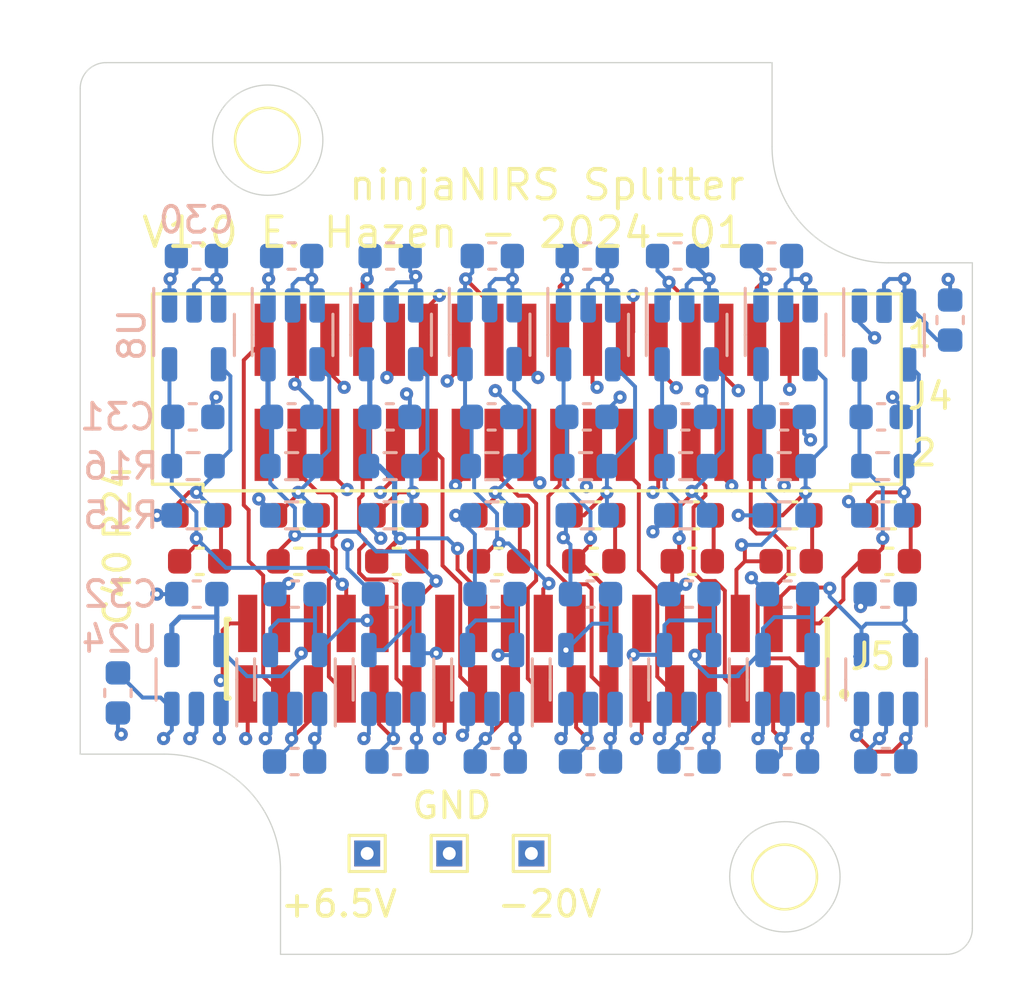
<source format=kicad_pcb>
(kicad_pcb (version 20221018) (generator pcbnew)
  (layers (0 "F.Cu" signal) (1 "In1.Cu" signal) (2 "In2.Cu" signal) (31 "B.Cu" signal) (34 "B.Paste" user) (35 "F.Paste" user) (36 "B.SilkS" user "B.Silkscreen") (37 "F.SilkS" user "F.Silkscreen") (38 "B.Mask" user) (39 "F.Mask" user) (44 "Edge.Cuts" user))
  (net 0 "")
  (net 1 "/+6.5V")
  (net 2 "/-20V")
  (net 3 "/VN_0")
  (net 4 "/DET_0")
  (net 5 "/VP_0")
  (net 6 "/VP_1")
  (net 7 "/VN_1")
  (net 8 "/VP_2")
  (net 9 "/VN_2")
  (net 10 "/DET_2")
  (net 11 "/VP_3")
  (net 12 "/VN_3")
  (net 13 "/DET_3")
  (net 14 "/DET_1")
  (net 15 "/VP_4")
  (net 16 "/DET_4")
  (net 17 "/VN_4")
  (net 18 "/VP_5")
  (net 19 "/DET_5")
  (net 20 "/VN_5")
  (net 21 "/VP_6")
  (net 22 "/DET_6")
  (net 23 "/VN_6")
  (net 24 "/DET_7")
  (net 26 "/VP_7")
  (net 27 "/VN_7")
  (net 29 "GND")
  (net 30 "Net-(U1-ADJ)")
  (net 31 "Net-(U2-ADJ)")
  (net 32 "Net-(U3-ADJ)")
  (net 33 "Net-(U4-ADJ)")
  (net 34 "Net-(U5-ADJ)")
  (net 35 "Net-(U6-ADJ)")
  (net 36 "Net-(U7-ADJ)")
  (net 37 "Net-(U8-ADJ)")
  (net 38 "Net-(C33-Pad1)")
  (net 39 "Net-(C34-Pad1)")
  (net 40 "Net-(C35-Pad1)")
  (net 41 "Net-(C36-Pad1)")
  (net 42 "Net-(C37-Pad1)")
  (net 43 "Net-(C38-Pad1)")
  (net 44 "Net-(C39-Pad1)")
  (net 45 "Net-(C40-Pad1)")
  (net 46 "/A_COMM")
  (footprint "Capacitor_SMD:C_0603_1608Metric" (layer "F.Cu") (at 49.44 41.694 180)
    (fp_text reference "C33" hide)
    (fp_text value "DNP")
  )
  (footprint "Capacitor_SMD:C_0603_1608Metric" (layer "F.Cu") (at 41.82 41.694 180)
    (fp_text reference "C35" hide)
    (fp_text value "DNP")
  )
  (footprint "samtec:SHF-117-01-X-D-SM" (layer "F.Cu") (at 35.422 35.156 180)
    (fp_text reference "J4")
    (fp_text value "Conn_02x17_Odd_Even")
  )
  (footprint "Capacitor_SMD:C_0603_1608Metric" (layer "F.Cu") (at 22.77 41.694 180)
    (fp_text reference "C40")
    (fp_text value "DNP")
  )
  (footprint "Capacitor_SMD:C_0603_1608Metric" (layer "F.Cu") (at 30.39 41.694 180)
    (fp_text reference "C38" hide)
    (fp_text value "DNP")
  )
  (footprint "Resistor_SMD:R_0603_1608Metric" (layer "F.Cu") (at 38.01 39.916)
    (fp_text reference "R20" hide)
    (fp_text value "DNP")
  )
  (footprint "Resistor_SMD:R_0603_1608Metric" (layer "F.Cu") (at 34.327 39.916)
    (fp_text reference "R21" hide)
    (fp_text value "DNP")
  )
  (footprint "TestPoint:TestPoint_THTPad_1.0x1.0mm_Drill0.5mm" (layer "F.Cu") (at 35.597 52.997)
    (fp_text reference "J3" hide)
    (fp_text value "Conn_01x01_Pin")
  )
  (footprint "Resistor_SMD:R_0603_1608Metric" (layer "F.Cu") (at 41.82 39.916)
    (fp_text reference "R19" hide)
    (fp_text value "DNP")
  )
  (footprint "TestPoint:TestPoint_THTPad_1.0x1.0mm_Drill0.5mm" (layer "F.Cu") (at 29.247 52.997)
    (fp_text reference "J1" hide)
    (fp_text value "Conn_01x01_Pin")
  )
  (footprint "Resistor_SMD:R_0603_1608Metric" (layer "F.Cu") (at 49.44 39.916)
    (fp_text reference "R17" hide)
    (fp_text value "DNP")
  )
  (footprint "Resistor_SMD:R_0603_1608Metric" (layer "F.Cu") (at 45.63 39.916)
    (fp_text reference "R18" hide)
    (fp_text value "DNP")
  )
  (footprint "Resistor_SMD:R_0603_1608Metric" (layer "F.Cu") (at 26.58 39.916)
    (fp_text reference "R23" hide)
    (fp_text value "DNP")
  )
  (footprint "Capacitor_SMD:C_0603_1608Metric" (layer "F.Cu") (at 38.01 41.694 180)
    (fp_text reference "C36" hide)
    (fp_text value "DNP")
  )
  (footprint "Resistor_SMD:R_0603_1608Metric" (layer "F.Cu") (at 30.39 39.916)
    (fp_text reference "R22" hide)
    (fp_text value "DNP")
  )
  (footprint "AA_Hammond:1551QGY" (layer "F.Cu") (at 18.1495 50.647)
    (fp_text reference "N1" hide)
    (fp_text value "Housing")
  )
  (footprint "Capacitor_SMD:C_0603_1608Metric" (layer "F.Cu") (at 34.327 41.694 180)
    (fp_text reference "C37" hide)
    (fp_text value "DNP")
  )
  (footprint "Capacitor_SMD:C_0603_1608Metric" (layer "F.Cu") (at 45.643 41.694 180)
    (fp_text reference "C34" hide)
    (fp_text value "DNP")
  )
  (footprint "TestPoint:TestPoint_THTPad_1.0x1.0mm_Drill0.5mm" (layer "F.Cu") (at 32.422 52.997)
    (fp_text reference "J2" hide)
    (fp_text value "Conn_01x01_Pin")
  )
  (footprint "Capacitor_SMD:C_0603_1608Metric" (layer "F.Cu") (at 26.58 41.694 180)
    (fp_text reference "C39" hide)
    (fp_text value "DNP")
  )
  (footprint "samtec:SAMTEC_SFMC-118-02-L-D" (layer "F.Cu") (at 35.422 45.4618)
    (fp_text reference "J5")
    (fp_text value "Conn_02x18_Odd_Even")
  )
  (footprint "Resistor_SMD:R_0603_1608Metric" (layer "F.Cu") (at 22.77 39.916)
    (fp_text reference "R24")
    (fp_text value "DNP")
  )
  (footprint "Package_TO_SOT_SMD:TSOT-23-5" (layer "B.Cu") (at 49.313 46.266 90)
    (fp_text reference "U17" hide)
    (fp_text value "ADP7142WAUJZ-5.0")
  )
  (footprint "Resistor_SMD:R_0603_1608Metric" (layer "B.Cu") (at 26.326 39.916)
    (fp_text reference "R13" hide)
    (fp_text value "11k")
  )
  (footprint "Resistor_SMD:R_0603_1608Metric" (layer "B.Cu") (at 45.376 38.011 180)
    (fp_text reference "R4" hide)
    (fp_text value "150k")
  )
  (footprint "Capacitor_SMD:C_0603_1608Metric" (layer "B.Cu") (at 30.403 49.441 180)
    (fp_text reference "C21" hide)
    (fp_text value "4.7uF 25V")
  )
  (footprint "Resistor_SMD:R_0603_1608Metric" (layer "B.Cu") (at 30.136 38.011 180)
    (fp_text reference "R12" hide)
    (fp_text value "150k")
  )
  (footprint "Resistor_SMD:R_0603_1608Metric" (layer "B.Cu") (at 41.566 38.011 180)
    (fp_text reference "R6" hide)
    (fp_text value "150k")
  )
  (footprint "Capacitor_SMD:C_0603_1608Metric" (layer "B.Cu") (at 22.656 42.964 180)
    (fp_text reference "C32")
    (fp_text value "4.7uF 25V")
  )
  (footprint "Capacitor_SMD:C_0603_1608Metric" (layer "B.Cu") (at 26.326 36.106 180)
    (fp_text reference "C27" hide)
    (fp_text value "4.7uF 25V")
  )
  (footprint "Package_TO_SOT_SMD:TSOT-23-5" (layer "B.Cu") (at 30.263 46.266 90)
    (fp_text reference "U22" hide)
    (fp_text value "ADP7142WAUJZ-5.0")
  )
  (footprint "Capacitor_SMD:C_0603_1608Metric" (layer "B.Cu") (at 45.376 36.106 180)
    (fp_text reference "C7" hide)
    (fp_text value "4.7uF 25V")
  )
  (footprint "Package_TO_SOT_SMD:TSOT-23-5" (layer "B.Cu") (at 49.233599 32.943999 -90)
    (fp_text reference "U1" hide)
    (fp_text value "ADP7182AUJZ")
  )
  (footprint "Package_TO_SOT_SMD:TSOT-23-5" (layer "B.Cu") (at 45.427 32.931 -90)
    (fp_text reference "U2" hide)
    (fp_text value "ADP7182AUJZ")
  )
  (footprint "Capacitor_SMD:C_0603_1608Metric" (layer "B.Cu") (at 44.8818 29.883)
    (fp_text reference "C6" hide)
    (fp_text value "4.7uF 25V")
  )
  (footprint "Capacitor_SMD:C_0603_1608Metric" (layer "B.Cu") (at 30.136 29.883)
    (fp_text reference "C22" hide)
    (fp_text value "4.7uF 25V")
  )
  (footprint "Capacitor_SMD:C_0603_1608Metric" (layer "B.Cu") (at 37.883 49.441 180)
    (fp_text reference "C13" hide)
    (fp_text value "4.7uF 25V")
  )
  (footprint "Capacitor_SMD:C_0603_1608Metric" (layer "B.Cu") (at 30.263 42.964 180)
    (fp_text reference "C24" hide)
    (fp_text value "4.7uF 25V")
  )
  (footprint "Capacitor_SMD:C_0603_1608Metric" (layer "B.Cu") (at 34.187 42.964 180)
    (fp_text reference "C20" hide)
    (fp_text value "4.7uF 25V")
  )
  (footprint "Resistor_SMD:R_0603_1608Metric" (layer "B.Cu") (at 22.516 38.011 180)
    (fp_text reference "R16")
    (fp_text value "150k")
  )
  (footprint "Package_TO_SOT_SMD:TSOT-23-5" (layer "B.Cu") (at 26.362001 32.934401 -90)
    (fp_text reference "U7" hide)
    (fp_text value "ADP7182AUJZ")
  )
  (footprint "Resistor_SMD:R_0603_1608Metric" (layer "B.Cu") (at 34.073 39.916)
    (fp_text reference "R9" hide)
    (fp_text value "11k")
  )
  (footprint "Capacitor_SMD:C_0603_1608Metric" (layer "B.Cu") (at 37.756 29.883)
    (fp_text reference "C14" hide)
    (fp_text value "4.7uF 25V")
  )
  (footprint "Package_TO_SOT_SMD:TSOT-23-5" (layer "B.Cu") (at 45.503 46.266 90)
    (fp_text reference "U18" hide)
    (fp_text value "ADP7142WAUJZ-5.0")
  )
  (footprint "Package_TO_SOT_SMD:TSOT-23-5" (layer "B.Cu") (at 34.073 46.266 90)
    (fp_text reference "U21" hide)
    (fp_text value "ADP7142WAUJZ-5.0")
  )
  (footprint "Package_TO_SOT_SMD:TSOT-23-5" (layer "B.Cu") (at 41.602001 32.934401 -90)
    (fp_text reference "U3" hide)
    (fp_text value "ADP7182AUJZ")
  )
  (footprint "Capacitor_SMD:C_0603_1608Metric" (layer "B.Cu") (at 19.6088 46.7868 -90)
    (fp_text reference "C29" hide)
    (fp_text value "4.7uF 25V")
  )
  (footprint "Package_TO_SOT_SMD:TSOT-23-5" (layer "B.Cu") (at 37.792001 32.934401 -90)
    (fp_text reference "U4" hide)
    (fp_text value "ADP7182AUJZ")
  )
  (footprint "Resistor_SMD:R_0603_1608Metric" (layer "B.Cu") (at 49.186 39.916)
    (fp_text reference "R1" hide)
    (fp_text value "11k")
  )
  (footprint "Package_TO_SOT_SMD:TSOT-23-5" (layer "B.Cu") (at 30.172001 32.931 -90)
    (fp_text reference "U6" hide)
    (fp_text value "ADP7182AUJZ")
  )
  (footprint "Resistor_SMD:R_0603_1608Metric" (layer "B.Cu") (at 26.326 38.011 180)
    (fp_text reference "R14" hide)
    (fp_text value "150k")
  )
  (footprint "Package_TO_SOT_SMD:TSOT-23-5" (layer "B.Cu") (at 26.453 46.266 90)
    (fp_text reference "U23" hide)
    (fp_text value "ADP7142WAUJZ-5.0")
  )
  (footprint "Capacitor_SMD:C_0603_1608Metric" (layer "B.Cu") (at 22.503 36.106 180)
    (fp_text reference "C31")
    (fp_text value "4.7uF 25V")
  )
  (footprint "Capacitor_SMD:C_0603_1608Metric" (layer "B.Cu") (at 41.693 49.441 180)
    (fp_text reference "C9" hide)
    (fp_text value "4.7uF 25V")
  )
  (footprint "Package_TO_SOT_SMD:TSOT-23-5" (layer "B.Cu") (at 37.883 46.266 90)
    (fp_text reference "U20" hide)
    (fp_text value "ADP7142WAUJZ-5.0")
  )
  (footprint "Resistor_SMD:R_0603_1608Metric" (layer "B.Cu") (at 22.516 39.916)
    (fp_text reference "R15")
    (fp_text value "11k")
  )
  (footprint "Resistor_SMD:R_0603_1608Metric" (layer "B.Cu") (at 30.136 39.916)
    (fp_text reference "R11" hide)
    (fp_text value "11k")
  )
  (footprint "Capacitor_SMD:C_0603_1608Metric" (layer "B.Cu") (at 26.453 42.964 180)
    (fp_text reference "C28" hide)
    (fp_text value "4.7uF 25V")
  )
  (footprint "Capacitor_SMD:C_0603_1608Metric" (layer "B.Cu") (at 34.2 49.441 180)
    (fp_text reference "C17" hide)
    (fp_text value "4.7uF 25V")
  )
  (footprint "Resistor_SMD:R_0603_1608Metric" (layer "B.Cu") (at 49.186 38.011 180)
    (fp_text reference "R2" hide)
    (fp_text value "150k")
  )
  (footprint "Capacitor_SMD:C_0603_1608Metric" (layer "B.Cu") (at 45.503 49.441 180)
    (fp_text reference "C5" hide)
    (fp_text value "4.7uF 25V")
  )
  (footprint "Package_TO_SOT_SMD:TSOT-23-5" (layer "B.Cu") (at 41.693 46.266 90)
    (fp_text reference "U19" hide)
    (fp_text value "ADP7142WAUJZ-5.0")
  )
  (footprint "Capacitor_SMD:C_0603_1608Metric" (layer "B.Cu") (at 26.44 49.441 180)
    (fp_text reference "C25" hide)
    (fp_text value "4.7uF 25V")
  )
  (footprint "Capacitor_SMD:C_0603_1608Metric" (layer "B.Cu") (at 22.643 29.883)
    (fp_text reference "C30")
    (fp_text value "4.7uF 25V")
  )
  (footprint "Capacitor_SMD:C_0603_1608Metric" (layer "B.Cu") (at 37.743 36.106 180)
    (fp_text reference "C15" hide)
    (fp_text value "4.7uF 25V")
  )
  (footprint "Capacitor_SMD:C_0603_1608Metric" (layer "B.Cu") (at 34.086 29.883)
    (fp_text reference "C18" hide)
    (fp_text value "4.7uF 25V")
  )
  (footprint "Resistor_SMD:R_0603_1608Metric" (layer "B.Cu") (at 37.756 39.916)
    (fp_text reference "R7" hide)
    (fp_text value "11k")
  )
  (footprint "Capacitor_SMD:C_0603_1608Metric" (layer "B.Cu") (at 41.2496 29.883)
    (fp_text reference "C10" hide)
    (fp_text value "4.7uF 25V")
  )
  (footprint "Capacitor_SMD:C_0603_1608Metric" (layer "B.Cu") (at 45.503 42.964 180)
    (fp_text reference "C8" hide)
    (fp_text value "4.7uF 25V")
  )
  (footprint "Package_TO_SOT_SMD:TSOT-23-5" (layer "B.Cu") (at 33.982001 32.927599 -90)
    (fp_text reference "U5" hide)
    (fp_text value "ADP7182AUJZ")
  )
  (footprint "Capacitor_SMD:C_0603_1608Metric" (layer "B.Cu") (at 37.883 42.964 180)
    (fp_text reference "C16" hide)
    (fp_text value "4.7uF 25V")
  )
  (footprint "Capacitor_SMD:C_0603_1608Metric" (layer "B.Cu") (at 26.326 29.883)
    (fp_text reference "C26" hide)
    (fp_text value "4.7uF 25V")
  )
  (footprint "Package_TO_SOT_SMD:TSOT-23-5" (layer "B.Cu") (at 22.643 46.266 90)
    (fp_text reference "U24")
    (fp_text value "ADP7142WAUJZ-5.0")
  )
  (footprint "Capacitor_SMD:C_0603_1608Metric" (layer "B.Cu") (at 51.7906 32.3596 -90)
    (fp_text reference "C1" hide)
    (fp_text value "4.7uF 25V")
  )
  (footprint "Capacitor_SMD:C_0603_1608Metric" (layer "B.Cu") (at 30.123 36.106 180)
    (fp_text reference "C23" hide)
    (fp_text value "4.7uF 25V")
  )
  (footprint "Capacitor_SMD:C_0603_1608Metric" (layer "B.Cu") (at 41.553 36.106 180)
    (fp_text reference "C11" hide)
    (fp_text value "4.7uF 25V")
  )
  (footprint "Resistor_SMD:R_0603_1608Metric" (layer "B.Cu") (at 34.073 38.011 180)
    (fp_text reference "R10" hide)
    (fp_text value "150k")
  )
  (footprint "Package_TO_SOT_SMD:TSOT-23-5" (layer "B.Cu") (at 22.552001 32.934401 -90)
    (fp_text reference "U8")
    (fp_text value "ADP7182AUJZ")
  )
  (footprint "Resistor_SMD:R_0603_1608Metric" (layer "B.Cu") (at 41.566 39.916)
    (fp_text reference "R5" hide)
    (fp_text value "11k")
  )
  (footprint "Capacitor_SMD:C_0603_1608Metric" (layer "B.Cu") (at 49.2785 42.964 180)
    (fp_text reference "C4" hide)
    (fp_text value "4.7uF 25V")
  )
  (footprint "Resistor_SMD:R_0603_1608Metric" (layer "B.Cu") (at 45.376 39.916)
    (fp_text reference "R3" hide)
    (fp_text value "11k")
  )
  (footprint "Capacitor_SMD:C_0603_1608Metric" (layer "B.Cu") (at 34.06 36.106 180)
    (fp_text reference "C19" hide)
    (fp_text value "4.7uF 25V")
  )
  (footprint "Resistor_SMD:R_0603_1608Metric" (layer "B.Cu") (at 37.693 38.011 180)
    (fp_text reference "R8" hide)
    (fp_text value "150k")
  )
  (footprint "Capacitor_SMD:C_0603_1608Metric" (layer "B.Cu") (at 49.3 49.441 180)
    (fp_text reference "C3" hide)
    (fp_text value "4.7uF 25V")
  )
  (footprint "Capacitor_SMD:C_0603_1608Metric" (layer "B.Cu") (at 49.123 36.106 180)
    (fp_text reference "C2" hide)
    (fp_text value "4.7uF 25V")
  )
  (footprint "Capacitor_SMD:C_0603_1608Metric" (layer "B.Cu") (at 41.693 42.964 180)
    (fp_text reference "C12" hide)
    (fp_text value "4.7uF 25V")
  )
  (gr_circle (center 45.4 53.9) (end 47.5336 53.9) (stroke (width 0.05)) (fill none) (layer "Edge.Cuts"))
  (gr_circle (center 25.4 25.4) (end 27.5336 25.4) (stroke (width 0.05)) (fill none) (layer "Edge.Cuts"))
  (gr_line (start 25.895808 56.9) (end 25.895808 53.65) (stroke (width 0.05)) (layer "Edge.Cuts"))
  (gr_line (start 18.15 49.15408) (end 18.15 23.4) (stroke (width 0.05)) (layer "Edge.Cuts"))
  (gr_line (start 19.15 22.4) (end 44.904203 22.4) (stroke (width 0.05)) (layer "Edge.Cuts"))
  (gr_line (start 52.65 30.1458) (end 52.65 55.9) (stroke (width 0.05)) (layer "Edge.Cuts"))
  (gr_line (start 51.65 56.9) (end 25.895808 56.9) (stroke (width 0.05)) (layer "Edge.Cuts"))
  (gr_arc (start 49.400003 30.1458) (mid 46.22099 28.829012) (end 44.904203 25.65) (stroke (width 0.05)) (layer "Edge.Cuts"))
  (gr_line (start 44.904203 25.65) (end 44.904203 22.4) (stroke (width 0.05)) (layer "Edge.Cuts"))
  (gr_arc (start 21.400008 49.15408) (mid 24.579019 50.470869) (end 25.895808 53.64988) (stroke (width 0.05)) (layer "Edge.Cuts"))
  (gr_arc (start 18.15 23.4) (mid 18.442893 22.692893) (end 19.15 22.4) (stroke (width 0.05)) (layer "Edge.Cuts"))
  (gr_line (start 18.15 49.15408) (end 21.400008 49.15408) (stroke (width 0.05)) (layer "Edge.Cuts"))
  (gr_arc (start 52.65 55.9) (mid 52.357107 56.607107) (end 51.65 56.9) (stroke (width 0.05)) (layer "Edge.Cuts"))
  (gr_line (start 49.4 30.1458) (end 52.65 30.1458) (stroke (width 0.05)) (layer "Edge.Cuts"))
  (gr_text "GND" (at 30.898 51.727) (layer "F.SilkS") (effects (font (size 1 1)) (justify left bottom)))
  (gr_text "+6.5V" (at 25.818 55.537) (layer "F.SilkS") (effects (font (size 1 1)) (justify left bottom)))
  (gr_text "ninjaNIRS Splitter\nV1.0 E. Hazen - 2024-01" (at 43.942 29.6418) (layer "F.SilkS") (effects (font (size 1.143 1.143) (thickness 0.1524)) (justify right bottom)))
  (gr_text "-20V" (at 34.2 55.537) (layer "F.SilkS") (effects (font (size 1 1)) (justify left bottom)))
  (segment (start 23.9232 44.0968) (end 24.627 44.0968) (width 0.1524) (layer "F.Cu") (net 1))
  (segment (start 30.342 34.249) (end 30.009 34.582) (width 0.1524) (layer "F.Cu") (net 1))
  (segment (start 35.422 33.124) (end 35.422 34.153) (width 0.1524) (layer "F.Cu") (net 1))
  (segment (start 48.805 49.06) (end 49.567 49.06) (width 0.1524) (layer "F.Cu") (net 1))
  (segment (start 37.962 33.124) (end 37.962 34.788) (width 0.1524) (layer "F.Cu") (net 1))
  (segment (start 27.802 34.407) (end 28.358 34.963) (width 0.1524) (layer "F.Cu") (net 1))
  (segment (start 45.63 35.09) (end 45.582 35.042) (width 0.1524) (layer "F.Cu") (net 1))
  (segment (start 48.17 48.425) (end 48.805 49.06) (width 0.1524) (layer "F.Cu") (net 1))
  (segment (start 45.582 33.124) (end 45.582 35.042) (width 0.1524) (layer "F.Cu") (net 1))
  (segment (start 23.5712 46.3042) (end 23.659 46.182552) (width 0.1524) (layer "F.Cu") (net 1))
  (segment (start 35.422 34.153) (end 35.851 34.582) (width 0.1524) (layer "F.Cu") (net 1))
  (segment (start 32.882 34.178352) (end 32.882 33.124) (width 0.1524) (layer "F.Cu") (net 1))
  (segment (start 40.502 34.280803) (end 41.198953 34.977756) (width 0.1524) (layer "F.Cu") (net 1))
  (segment (start 43.042 34.534) (end 43.598 35.09) (width 0.1524) (layer "F.Cu") (net 1))
  (segment (start 23.659 44.361) (end 23.9232 44.0968) (width 0.1524) (layer "F.Cu") (net 1))
  (segment (start 27.802 33.124) (end 27.802 34.407) (width 0.1524) (layer "F.Cu") (net 1))
  (segment (start 43.042 33.124) (end 43.042 34.534) (width 0.1524) (layer "F.Cu") (net 1))
  (segment (start 32.343011 34.717341) (end 32.882 34.178352) (width 0.1524) (layer "F.Cu") (net 1))
  (segment (start 37.962 34.788) (end 38.137 34.963) (width 0.1524) (layer "F.Cu") (net 1))
  (segment (start 49.567 49.06) (end 50.075 48.552) (width 0.1524) (layer "F.Cu") (net 1))
  (segment (start 40.502 33.124) (end 40.502 34.280803) (width 0.1524) (layer "F.Cu") (net 1))
  (segment (start 30.342 33.124) (end 30.342 34.249) (width 0.1524) (layer "F.Cu") (net 1))
  (segment (start 23.659 46.182552) (end 23.659 44.361) (width 0.1524) (layer "F.Cu") (net 1))
  (via (at 32.93 48.425) (size 0.508) (drill 0.2032) (layers "F.Cu" "B.Cu") (net 1))
  (via (at 46.265 48.552) (size 0.508) (drill 0.2032) (layers "F.Cu" "B.Cu") (net 1))
  (via (at 35.851 34.582) (size 0.508) (drill 0.2032) (layers "F.Cu" "B.Cu") (net 1))
  (via (at 27.215 48.552) (size 0.508) (drill 0.2032) (layers "F.Cu" "B.Cu") (net 1))
  (via (at 43.598 35.09) (size 0.508) (drill 0.2032) (layers "F.Cu" "B.Cu") (net 1))
  (via (at 29.12 48.552) (size 0.508) (drill 0.2032) (layers "F.Cu" "B.Cu") (net 1))
  (via (at 41.198953 34.977756) (size 0.508) (drill 0.2032) (layers "F.Cu" "B.Cu") (net 1))
  (via (at 31.152 48.552) (size 0.508) (drill 0.2032) (layers "F.Cu" "B.Cu") (net 1))
  (via (at 50.075 48.552) (size 0.508) (drill 0.2032) (layers "F.Cu" "B.Cu") (net 1))
  (via (at 28.358 34.963) (size 0.508) (drill 0.2032) (layers "F.Cu" "B.Cu") (net 1))
  (via (at 36.74 48.552) (size 0.508) (drill 0.2032) (layers "F.Cu" "B.Cu") (net 1))
  (via (at 38.137 34.963) (size 0.508) (drill 0.2032) (layers "F.Cu" "B.Cu") (net 1))
  (via (at 30.009 34.582) (size 0.508) (drill 0.2032) (layers "F.Cu" "B.Cu") (net 1))
  (via (at 44.36 48.552) (size 0.508) (drill 0.2032) (layers "F.Cu" "B.Cu") (net 1))
  (via (at 48.17 48.425) (size 0.508) (drill 0.2032) (layers "F.Cu" "B.Cu") (net 1))
  (via (at 40.55 48.552) (size 0.508) (drill 0.2032) (layers "F.Cu" "B.Cu") (net 1))
  (via (at 32.343011 34.717341) (size 0.508) (drill 0.2032) (layers "F.Cu" "B.Cu") (net 1))
  (via (at 25.31 48.552) (size 0.508) (drill 0.2032) (layers "F.Cu" "B.Cu") (net 1))
  (via (at 34.962 48.552) (size 0.508) (drill 0.2032) (layers "F.Cu" "B.Cu") (net 1))
  (via (at 23.5712 46.3042) (size 0.508) (drill 0.2032) (layers "F.Cu" "B.Cu") (net 1))
  (via (at 21.373 48.552) (size 0.508) (drill 0.2032) (layers "F.Cu" "B.Cu") (net 1))
  (via (at 45.582 35.042) (size 0.508) (drill 0.2032) (layers "F.Cu" "B.Cu") (net 1))
  (via (at 38.645 48.552) (size 0.508) (drill 0.2032) (layers "F.Cu" "B.Cu") (net 1))
  (via (at 23.532 48.552) (size 0.508) (drill 0.2032) (layers "F.Cu" "B.Cu") (net 1))
  (via (at 42.455 48.552) (size 0.508) (drill 0.2032) (layers "F.Cu" "B.Cu") (net 1))
  (segment (start 31.152 48.552) (end 31.152 49.415) (width 0.1524) (layer "B.Cu") (net 1))
  (segment (start 42.468 49.441) (end 42.468 48.565) (width 0.1524) (layer "B.Cu") (net 1))
  (segment (start 46.278 49.441) (end 46.278 48.565) (width 0.1524) (layer "B.Cu") (net 1))
  (segment (start 36.933 47.4035) (end 36.933 48.359) (width 0.1524) (layer "B.Cu") (net 1))
  (segment (start 35.023 47.4035) (end 35.023 48.491) (width 0.1524) (layer "B.Cu") (net 1))
  (segment (start 23.593 47.4035) (end 23.593 48.491) (width 0.1524) (layer "B.Cu") (net 1))
  (segment (start 42.643 47.4035) (end 42.643 48.364) (width 0.1524) (layer "B.Cu") (net 1))
  (segment (start 27.403 48.364) (end 27.215 48.552) (width 0.1524) (layer "B.Cu") (net 1))
  (segment (start 21.2541 46.9646) (end 21.693 47.4035) (width 0.1524) (layer "B.Cu") (net 1))
  (segment (start 42.468 48.565) (end 42.455 48.552) (width 0.1524) (layer "B.Cu") (net 1))
  (segment (start 27.403 47.4035) (end 27.403 48.364) (width 0.1524) (layer "B.Cu") (net 1))
  (segment (start 19.6088 46.0118) (end 20.5616 46.9646) (width 0.1524) (layer "B.Cu") (net 1))
  (segment (start 20.5616 46.9646) (end 21.2541 46.9646) (width 0.1524) (layer "B.Cu") (net 1))
  (segment (start 34.962 49.428) (end 34.975 49.441) (width 0.1524) (layer "B.Cu") (net 1))
  (segment (start 50.263 47.4035) (end 50.263 48.364) (width 0.1524) (layer "B.Cu") (net 1))
  (segment (start 27.215 48.552) (end 27.215 49.441) (width 0.1524) (layer "B.Cu") (net 1))
  (segment (start 21.693 47.4035) (end 21.693 48.232) (width 0.1524) (layer "B.Cu") (net 1))
  (segment (start 38.833 48.364) (end 38.645 48.552) (width 0.1524) (layer "B.Cu") (net 1))
  (segment (start 38.658 49.441) (end 38.658 48.565) (width 0.1524) (layer "B.Cu") (net 1))
  (segment (start 35.023 48.491) (end 34.962 48.552) (width 0.1524) (layer "B.Cu") (net 1))
  (segment (start 50.263 48.364) (end 50.075 48.552) (width 0.1524) (layer "B.Cu") (net 1))
  (segment (start 44.553 47.4035) (end 44.553 48.359) (width 0.1524) (layer "B.Cu") (net 1))
  (segment (start 33.123 48.232) (end 32.93 48.425) (width 0.1524) (layer "B.Cu") (net 1))
  (segment (start 46.278 48.565) (end 46.265 48.552) (width 0.1524) (layer "B.Cu") (net 1))
  (segment (start 21.693 48.232) (end 21.373 48.552) (width 0.1524) (layer "B.Cu") (net 1))
  (segment (start 40.743 47.4035) (end 40.743 48.359) (width 0.1524) (layer "B.Cu") (net 1))
  (segment (start 50.075 49.441) (end 50.075 48.552) (width 0.1524) (layer "B.Cu") (net 1))
  (segment (start 38.833 47.4035) (end 38.833 48.364) (width 0.1524) (layer "B.Cu") (net 1))
  (segment (start 36.933 48.359) (end 36.74 48.552) (width 0.1524) (layer "B.Cu") (net 1))
  (segment (start 48.363 47.4035) (end 48.363 48.232) (width 0.1524) (layer "B.Cu") (net 1))
  (segment (start 48.363 48.232) (end 48.17 48.425) (width 0.1524) (layer "B.Cu") (net 1))
  (segment (start 25.503 47.4035) (end 25.503 48.359) (width 0.1524) (layer "B.Cu") (net 1))
  (segment (start 38.658 48.565) (end 38.645 48.552) (width 0.1524) (layer "B.Cu") (net 1))
  (segment (start 46.453 48.364) (end 46.265 48.552) (width 0.1524) (layer "B.Cu") (net 1))
  (segment (start 42.643 48.364) (end 42.455 48.552) (width 0.1524) (layer "B.Cu") (net 1))
  (segment (start 31.152 49.415) (end 31.178 49.441) (width 0.1524) (layer "B.Cu") (net 1))
  (segment (start 25.503 48.359) (end 25.31 48.552) (width 0.1524) (layer "B.Cu") (net 1))
  (segment (start 46.453 47.4035) (end 46.453 48.364) (width 0.1524) (layer "B.Cu") (net 1))
  (segment (start 34.962 48.552) (end 34.962 49.428) (width 0.1524) (layer "B.Cu") (net 1))
  (segment (start 23.593 48.491) (end 23.532 48.552) (width 0.1524) (layer "B.Cu") (net 1))
  (segment (start 44.553 48.359) (end 44.36 48.552) (width 0.1524) (layer "B.Cu") (net 1))
  (segment (start 33.123 47.4035) (end 33.123 48.232) (width 0.1524) (layer "B.Cu") (net 1))
  (segment (start 40.743 48.359) (end 40.55 48.552) (width 0.1524) (layer "B.Cu") (net 1))
  (segment (start 29.313 48.359) (end 29.12 48.552) (width 0.1524) (layer "B.Cu") (net 1))
  (segment (start 29.313 47.4035) (end 29.313 48.359) (width 0.1524) (layer "B.Cu") (net 1))
  (segment (start 31.213 48.491) (end 31.152 48.552) (width 0.1524) (layer "B.Cu") (net 1))
  (segment (start 31.213 47.4035) (end 31.213 48.491) (width 0.1524) (layer "B.Cu") (net 1))
  (segment (start 40.502 37.188) (end 40.502 38.821) (width 0.1524) (layer "F.Cu") (net 2))
  (segment (start 27.802 38.248209) (end 28.472211 38.91842) (width 0.1524) (layer "F.Cu") (net 2))
  (segment (start 30.342 37.188) (end 30.342 38.44) (width 0.1524) (layer "F.Cu") (net 2))
  (segment (start 43.042 38.471) (end 43.344 38.773) (width 0.1524) (layer "F.Cu") (net 2))
  (segment (start 35.923974 38.655533) (end 35.422 38.153559) (width 0.1524) (layer "F.Cu") (net 2))
  (segment (start 32.661949 38.756167) (end 32.882 38.536116) (width 0.1524) (layer "F.Cu") (net 2))
  (segment (start 37.962 37.188) (end 37.72599 37.42401) (width 0.1524) (layer "F.Cu") (net 2))
  (segment (start 30.342 38.44) (end 29.755 39.027) (width 0.1524) (layer "F.Cu") (net 2))
  (segment (start 40.502 38.821) (end 40.296 39.027) (width 0.1524) (layer "F.Cu") (net 2))
  (segment (start 35.422 38.153559) (end 35.422 37.188) (width 0.1524) (layer "F.Cu") (net 2))
  (segment (start 27.802 37.188) (end 27.802 38.248209) (width 0.1524) (layer "F.Cu") (net 2))
  (segment (start 37.72599 37.42401) (end 37.72599 38.803788) (width 0.1524) (layer "F.Cu") (net 2))
  (segment (start 43.042 37.188) (end 43.042 38.471) (width 0.1524) (layer "F.Cu") (net 2))
  (segment (start 45.376 37.394) (end 45.376 38.773) (width 0.1524) (layer "F.Cu") (net 2))
  (segment (start 45.582 37.188) (end 45.376 37.394) (width 0.1524) (layer "F.Cu") (net 2))
  (segment (start 32.882 38.536116) (end 32.882 37.188) (width 0.1524) (layer "F.Cu") (net 2))
  (via (at 38.531 30.772) (size 0.508) (drill 0.2032) (layers "F.Cu" "B.Cu") (net 2))
  (via (at 23.418 30.772) (size 0.508) (drill 0.2032) (layers "F.Cu" "B.Cu") (net 2))
  (via (at 27.101 30.772) (size 0.508) (drill 0.2032) (layers "F.Cu" "B.Cu") (net 2))
  (via (at 46.215 30.772) (size 0.508) (drill 0.2032) (layers "F.Cu" "B.Cu") (net 2))
  (via (at 29.755 39.027) (size 0.508) (drill 0.2032) (layers "F.Cu" "B.Cu") (net 2))
  (via (at 43.344 38.773) (size 0.508) (drill 0.2032) (layers "F.Cu" "B.Cu") (net 2))
  (via (at 32.661949 38.756167) (size 0.508) (drill 0.2032) (layers "F.Cu" "B.Cu") (net 2))
  (via (at 34.861 30.772) (size 0.508) (drill 0.2032) (layers "F.Cu" "B.Cu") (net 2))
  (via (at 31.122001 30.674999) (size 0.508) (drill 0.2032) (layers "F.Cu" "B.Cu") (net 2))
  (via (at 50.025 30.772) (size 0.508) (drill 0.2032) (layers "F.Cu" "B.Cu") (net 2))
  (via (at 28.472211 38.91842) (size 0.508) (drill 0.2032) (layers "F.Cu" "B.Cu") (net 2))
  (via (at 45.376 38.773) (size 0.508) (drill 0.2032) (layers "F.Cu" "B.Cu") (net 2))
  (via (at 35.923974 38.655533) (size 0.508) (drill 0.2032) (layers "F.Cu" "B.Cu") (net 2))
  (via (at 42.468 30.772) (size 0.508) (drill 0.2032) (layers "F.Cu" "B.Cu") (net 2))
  (via (at 40.296 39.027) (size 0.508) (drill 0.2032) (layers "F.Cu" "B.Cu") (net 2))
  (via (at 37.72599 38.803788) (size 0.508) (drill 0.2032) (layers "F.Cu" "B.Cu") (net 2))
  (segment (start 22.552001 31.796901) (end 22.552001 30.989999) (width 0.1524) (layer "B.Cu") (net 2))
  (segment (start 49.233599 31.806499) (end 49.233599 30.978401) (width 0.1524) (layer "B.Cu") (net 2))
  (segment (start 33.982001 30.989999) (end 34.2 30.772) (width 0.1524) (layer "B.Cu") (net 2))
  (segment (start 22.552001 30.989999) (end 22.77 30.772) (width 0.1524) (layer "B.Cu") (net 2))
  (segment (start 41.82 30.772) (end 42.468 30.772) (width 0.1524) (layer "B.Cu") (net 2))
  (segment (start 42.0246 30.3286) (end 42.468 30.772) (width 0.1524) (layer "B.Cu") (net 2))
  (segment (start 37.792001 31.796901) (end 37.792001 30.989999) (width 0.1524) (layer "B.Cu") (net 2))
  (segment (start 45.6568 29.883) (end 45.6568 30.7452) (width 0.1524) (layer "B.Cu") (net 2))
  (segment (start 42.468 30.772) (end 42.468 31.7129) (width 0.1524) (layer "B.Cu") (net 2))
  (segment (start 38.531 30.772) (end 38.531 31.5859) (width 0.1524) (layer "B.Cu") (net 2))
  (segment (start 41.602001 30.989999) (end 41.82 30.772) (width 0.1524) (layer "B.Cu") (net 2))
  (segment (start 31.122001 30.899) (end 31.122001 31.7935) (width 0.1524) (layer "B.Cu") (net 2))
  (segment (start 45.427 30.975) (end 45.63 30.772) (width 0.1524) (layer "B.Cu") (net 2))
  (segment (start 26.362001 30.989999) (end 26.58 30.772) (width 0.1524) (layer "B.Cu") (net 2))
  (segment (start 46.215 30.772) (end 46.215 31.6315) (width 0.1524) (layer "B.Cu") (net 2))
  (segment (start 27.101 29.883) (end 27.101 30.772) (width 0.1524) (layer "B.Cu") (net 2))
  (segment (start 38.531 31.5859) (end 38.742001 31.796901) (width 0.1524) (layer "B.Cu") (net 2))
  (segment (start 34.861 30.772) (end 34.861 31.719098) (width 0.1524) (layer "B.Cu") (net 2))
  (segment (start 23.418 29.883) (end 23.418 30.772) (width 0.1524) (layer "B.Cu") (net 2))
  (segment (start 31.122001 30.899) (end 31.122001 30.674999) (width 0.1524) (layer "B.Cu") (net 2))
  (segment (start 30.172001 31.7935) (end 30.172001 31.116999) (width 0.1524) (layer "B.Cu") (net 2))
  (segment (start 30.911 30.463998) (end 31.122001 30.674999) (width 0.1524) (layer "B.Cu") (net 2))
  (segment (start 22.77 30.772) (end 23.418 30.772) (width 0.1524) (layer "B.Cu") (net 2))
  (segment (start 34.2 30.772) (end 34.861 30.772) (width 0.1524) (layer "B.Cu") (net 2))
  (segment (start 23.418 31.7129) (end 23.502001 31.796901) (width 0.1524) (layer "B.Cu") (net 2))
  (segment (start 45.427 31.7935) (end 45.427 30.975) (width 0.1524) (layer "B.Cu") (net 2))
  (segment (start 45.63 30.772) (end 46.215 30.772) (width 0.1524) (layer "B.Cu") (net 2))
  (segment (start 49.44 30.772) (end 50.025 30.772) (width 0.1524) (layer "B.Cu") (net 2))
  (segment (start 51.7906 33.1346) (end 51.2956 33.1346) (width 0.1524) (layer "B.Cu") (net 2))
  (segment (start 46.215 31.6315) (end 46.377 31.7935) (width 0.1524) (layer "B.Cu") (net 2))
  (segment (start 49.233599 30.978401) (end 49.44 30.772) (width 0.1524) (layer "B.Cu") (net 2))
  (segment (start 27.101 31.5859) (end 27.312001 31.796901) (width 0.1524) (layer "B.Cu") (net 2))
  (segment (start 33.982001 31.790099) (end 33.982001 30.989999) (width 0.1524) (layer "B.Cu") (net 2))
  (segment (start 50.025 31.6479) (end 50.183599 31.806499) (width 0.1524) (layer "B.Cu") (net 2))
  (segment (start 45.6568 30.7452) (end 45.63 30.772) (width 0.1524) (layer "B.Cu") (net 2))
  (segment (start 41.602001 31.796901) (end 41.602001 30.989999) (width 0.1524) (layer "B.Cu") (net 2))
  (segment (start 37.792001 30.989999) (end 38.01 30.772) (width 0.1524) (layer "B.Cu") (net 2))
  (segment (start 30.172001 31.116999) (end 30.39 30.899) (width 0.1524) (layer "B.Cu") (net 2))
  (segment (start 34.861 31.719098) (end 34.932001 31.790099) (width 0.1524) (layer "B.Cu") (net 2))
  (segment (start 51.2956 33.1346) (end 50.8762 32.7152) (width 0.1524) (layer "B.Cu") (net 2))
  (segment (start 30.39 30.899) (end 31.122001 30.899) (width 0.1524) (layer "B.Cu") (net 2))
  (segment (start 50.025 30.772) (end 50.025 31.6479) (width 0.1524) (layer "B.Cu") (net 2))
  (segment (start 42.0246 29.883) (end 42.0246 30.3286) (width 0.1524) (layer "B.Cu") (net 2))
  (segment (start 26.362001 31.796901) (end 26.362001 30.989999) (width 0.1524) (layer "B.Cu") (net 2))
  (segment (start 50.8762 32.4991) (end 50.183599 31.806499) (width 0.1524) (layer "B.Cu") (net 2))
  (segment (start 34.861 29.883) (end 34.861 30.772) (width 0.1524) (layer "B.Cu") (net 2))
  (segment (start 42.468 31.7129) (end 42.552001 31.796901) (width 0.1524) (layer "B.Cu") (net 2))
  (segment (start 26.58 30.772) (end 27.101 30.772) (width 0.1524) (layer "B.Cu") (net 2))
  (segment (start 23.418 30.772) (end 23.418 31.7129) (width 0.1524) (layer "B.Cu") (net 2))
  (segment (start 30.911 29.883) (end 30.911 30.463998) (width 0.1524) (layer "B.Cu") (net 2))
  (segment (start 27.101 30.772) (end 27.101 31.5859) (width 0.1524) (layer "B.Cu") (net 2))
  (segment (start 38.01 30.772) (end 38.531 30.772) (width 0.1524) (layer "B.Cu") (net 2))
  (segment (start 50.8762 32.7152) (end 50.8762 32.4991) (width 0.1524) (layer "B.Cu") (net 2))
  (segment (start 38.531 29.883) (end 38.531 30.772) (width 0.1524) (layer "B.Cu") (net 2))
  (segment (start 48.297 41.694) (end 48.665 41.694) (width 0.1524) (layer "F.Cu") (net 3))
  (segment (start 46.217 44.0968) (end 46.7394 44.0968) (width 0.1524) (layer "F.Cu") (net 3))
  (segment (start 47.662 43.1742) (end 47.662 42.329) (width 0.1524) (layer "F.Cu") (net 3))
  (segment (start 49.186 40.805) (end 49.186 41.173) (width 0.1524) (layer "F.Cu") (net 3))
  (segment (start 49.186 41.173) (end 48.665 41.694) (width 0.1524) (layer "F.Cu") (net 3))
  (segment (start 47.662 42.329) (end 48.297 41.694) (width 0.1524) (layer "F.Cu") (net 3))
  (segment (start 46.7394 44.0968) (end 47.662 43.1742) (width 0.1524) (layer "F.Cu") (net 3))
  (via (at 49.186 40.805) (size 0.508) (drill 0.2032) (layers "F.Cu" "B.Cu") (net 3))
  (segment (start 48.361 38.011) (end 49.186 38.836) (width 0.1524) (layer "B.Cu") (net 3))
  (segment (start 49.186 38.836) (end 49.186 40.805) (width 0.1524) (layer "B.Cu") (net 3))
  (segment (start 48.283599 37.933599) (end 48.361 38.011) (width 0.1524) (layer "B.Cu") (net 3))
  (segment (start 48.283599 34.081499) (end 48.283599 37.933599) (width 0.1524) (layer "B.Cu") (net 3))
  (segment (start 44.0806 37.4194) (end 44.312 37.188) (width 0.1524) (layer "F.Cu") (net 4))
  (segment (start 45.5801 45.4499) (end 44.3629 45.4499) (width 0.1524) (layer "F.Cu") (net 4))
  (segment (start 44.3629 45.4499) (end 44.3484 45.4354) (width 0.1524) (layer "F.Cu") (net 4))
  (segment (start 44.3016 40.6196) (end 44.0806 40.3986) (width 0.1524) (layer "F.Cu") (net 4))
  (segment (start 44.3484 45.4354) (end 44.3484 42.7582) (width 0.1524) (layer "F.Cu") (net 4))
  (segment (start 44.9292 42.7582) (end 45.5466 42.1408) (width 0.1524) (layer "F.Cu") (net 4))
  (segment (start 45.5466 41.2296) (end 44.9366 40.6196) (width 0.1524) (layer "F.Cu") (net 4))
  (segment (start 46.217 46.0868) (end 45.5801 45.4499) (width 0.1524) (layer "F.Cu") (net 4))
  (segment (start 44.9366 40.6196) (end 44.3016 40.6196) (width 0.1524) (layer "F.Cu") (net 4))
  (segment (start 44.3484 42.7582) (end 44.9292 42.7582) (width 0.1524) (layer "F.Cu") (net 4))
  (segment (start 44.0806 40.3986) (end 44.0806 37.4194) (width 0.1524) (layer "F.Cu") (net 4))
  (segment (start 45.5466 42.1408) (end 45.5466 41.2296) (width 0.1524) (layer "F.Cu") (net 4))
  (segment (start 46.217 46.8268) (end 46.217 46.0868) (width 0.1524) (layer "F.Cu") (net 4))
  (segment (start 47.154 42.71) (end 47.154 42.716053) (width 0.1524) (layer "F.Cu") (net 5))
  (segment (start 44.947 43.3568) (end 45.5938 42.71) (width 0.1524) (layer "F.Cu") (net 5))
  (segment (start 47.154 42.716053) (end 47.1339 42.736153) (width 0.1524) (layer "F.Cu") (net 5))
  (segment (start 44.947 44.0968) (end 44.947 43.3568) (width 0.1524) (layer "F.Cu") (net 5))
  (segment (start 45.5938 42.71) (end 47.154 42.71) (width 0.1524) (layer "F.Cu") (net 5))
  (via (at 47.1339 42.736153) (size 0.508) (drill 0.2032) (layers "F.Cu" "B.Cu") (net 5))
  (segment (start 50.075 43.98) (end 50.0535 43.9585) (width 0.1524) (layer "B.Cu") (net 5))
  (segment (start 47.1339 43.0659) (end 48.363 44.295) (width 0.1524) (layer "B.Cu") (net 5))
  (segment (start 50.263 44.422) (end 49.948 44.107) (width 0.1524) (layer "B.Cu") (net 5))
  (segment (start 48.1145 45.377) (end 48.363 45.1285) (width 0.1524) (layer "B.Cu") (net 5))
  (segment (start 48.551 44.107) (end 49.948 44.107) (width 0.1524) (layer "B.Cu") (net 5))
  (segment (start 50.263 45.1285) (end 50.263 44.422) (width 0.1524) (layer "B.Cu") (net 5))
  (segment (start 48.363 45.1285) (end 48.363 44.295) (width 0.1524) (layer "B.Cu") (net 5))
  (segment (start 49.948 44.107) (end 50.075 43.98) (width 0.1524) (layer "B.Cu") (net 5))
  (segment (start 50.0535 43.9585) (end 50.0535 42.964) (width 0.1524) (layer "B.Cu") (net 5))
  (segment (start 48.363 44.295) (end 48.551 44.107) (width 0.1524) (layer "B.Cu") (net 5))
  (segment (start 47.1339 42.736153) (end 47.1339 43.0659) (width 0.1524) (layer "B.Cu") (net 5))
  (segment (start 42.407 44.0968) (end 42.407 44.842892) (width 0.1524) (layer "F.Cu") (net 6))
  (segment (start 42.407 44.842892) (end 41.922513 45.327379) (width 0.1524) (layer "F.Cu") (net 6))
  (via (at 41.922513 45.327379) (size 0.508) (drill 0.2032) (layers "F.Cu" "B.Cu") (net 6))
  (segment (start 43.598 46.0835) (end 44.553 45.1285) (width 0.1524) (layer "B.Cu") (net 6))
  (segment (start 41.922513 45.610091) (end 42.451422 46.139) (width 0.1524) (layer "B.Cu") (net 6))
  (segment (start 43.598 46.139) (end 43.598 46.0835) (width 0.1524) (layer "B.Cu") (net 6))
  (segment (start 46.453 43.853) (end 46.453 43.139) (width 0.1524) (layer "B.Cu") (net 6))
  (segment (start 42.451422 46.139) (end 43.598 46.139) (width 0.1524) (layer "B.Cu") (net 6))
  (segment (start 44.553 45.1285) (end 44.553 44.295) (width 0.1524) (layer "B.Cu") (net 6))
  (segment (start 46.453 45.1285) (end 46.453 43.853) (width 0.1524) (layer "B.Cu") (net 6))
  (segment (start 41.922513 45.327379) (end 41.922513 45.610091) (width 0.1524) (layer "B.Cu") (net 6))
  (segment (start 44.995 43.853) (end 46.453 43.853) (width 0.1524) (layer "B.Cu") (net 6))
  (segment (start 44.553 44.295) (end 44.995 43.853) (width 0.1524) (layer "B.Cu") (net 6))
  (segment (start 46.453 43.139) (end 46.278 42.964) (width 0.1524) (layer "B.Cu") (net 6))
  (segment (start 43.5258 42.0202) (end 43.5258 43.9456) (width 0.1524) (layer "F.Cu") (net 7))
  (segment (start 43.725 41.059) (end 43.852 41.186) (width 0.1524) (layer "F.Cu") (net 7))
  (segment (start 43.852 41.186) (end 43.852 41.694) (width 0.1524) (layer "F.Cu") (net 7))
  (segment (start 43.5258 43.9456) (end 43.677 44.0968) (width 0.1524) (layer "F.Cu") (net 7))
  (segment (start 44.868 41.694) (end 43.852 41.694) (width 0.1524) (layer "F.Cu") (net 7))
  (segment (start 43.852 41.694) (end 43.5258 42.0202) (width 0.1524) (layer "F.Cu") (net 7))
  (via (at 43.725 41.059) (size 0.508) (drill 0.2032) (layers "F.Cu" "B.Cu") (net 7))
  (segment (start 44.477 35.982) (end 44.601 36.106) (width 0.1524) (layer "B.Cu") (net 7))
  (segment (start 44.601 37.961) (end 44.551 38.011) (width 0.1524) (layer "B.Cu") (net 7))
  (segment (start 45.1796 40.374074) (end 44.494674 41.059) (width 0.1524) (layer "B.Cu") (net 7))
  (segment (start 44.601 36.106) (end 44.601 37.961) (width 0.1524) (layer "B.Cu") (net 7))
  (segment (start 44.477 34.0685) (end 44.477 35.982) (width 0.1524) (layer "B.Cu") (net 7))
  (segment (start 44.551 38.011) (end 44.551 38.829326) (width 0.1524) (layer "B.Cu") (net 7))
  (segment (start 45.1796 39.457926) (end 45.1796 40.374074) (width 0.1524) (layer "B.Cu") (net 7))
  (segment (start 44.551 38.829326) (end 45.1796 39.457926) (width 0.1524) (layer "B.Cu") (net 7))
  (segment (start 44.494674 41.059) (end 43.725 41.059) (width 0.1524) (layer "B.Cu") (net 7))
  (segment (start 39.867 44.0968) (end 39.867 44.982798) (width 0.1524) (layer "F.Cu") (net 8))
  (segment (start 39.867 44.982798) (end 39.5389 45.310898) (width 0.1524) (layer "F.Cu") (net 8))
  (via (at 39.5389 45.310898) (size 0.508) (drill 0.2032) (layers "F.Cu" "B.Cu") (net 8))
  (segment (start 40.743 44.168) (end 40.931 43.98) (width 0.1524) (layer "B.Cu") (net 8))
  (segment (start 40.931 43.98) (end 42.643 43.98) (width 0.1524) (layer "B.Cu") (net 8))
  (segment (start 42.643 43.98) (end 42.643 43.139) (width 0.1524) (layer "B.Cu") (net 8))
  (segment (start 42.643 43.139) (end 42.468 42.964) (width 0.1524) (layer "B.Cu") (net 8))
  (segment (start 39.5389 45.310898) (end 40.560602 45.310898) (width 0.1524) (layer "B.Cu") (net 8))
  (segment (start 40.743 45.1285) (end 40.743 44.168) (width 0.1524) (layer "B.Cu") (net 8))
  (segment (start 42.643 45.1285) (end 42.643 43.98) (width 0.1524) (layer "B.Cu") (net 8))
  (segment (start 40.560602 45.310898) (end 40.743 45.1285) (width 0.1524) (layer "B.Cu") (net 8))
  (segment (start 41.312 40.805) (end 41.312 41.427) (width 0.1524) (layer "F.Cu") (net 9))
  (segment (start 41.045 41.694) (end 41.045 44.0048) (width 0.1524) (layer "F.Cu") (net 9))
  (segment (start 41.312 41.427) (end 41.045 41.694) (width 0.1524) (layer "F.Cu") (net 9))
  (segment (start 41.045 44.0048) (end 41.137 44.0968) (width 0.1524) (layer "F.Cu") (net 9))
  (via (at 41.312 40.805) (size 0.508) (drill 0.2032) (layers "F.Cu" "B.Cu") (net 9))
  (segment (start 40.741 38.011) (end 40.741 38.829326) (width 0.1524) (layer "B.Cu") (net 9))
  (segment (start 40.652001 34.071901) (end 40.652001 35.980001) (width 0.1524) (layer "B.Cu") (net 9))
  (segment (start 40.741 38.829326) (end 41.3696 39.457926) (width 0.1524) (layer "B.Cu") (net 9))
  (segment (start 41.3696 40.7474) (end 41.312 40.805) (width 0.1524) (layer "B.Cu") (net 9))
  (segment (start 40.652001 35.980001) (end 40.778 36.106) (width 0.1524) (layer "B.Cu") (net 9))
  (segment (start 40.778 36.106) (end 40.778 37.974) (width 0.1524) (layer "B.Cu") (net 9))
  (segment (start 41.3696 39.457926) (end 41.3696 40.7474) (width 0.1524) (layer "B.Cu") (net 9))
  (segment (start 40.778 37.974) (end 40.741 38.011) (width 0.1524) (layer "B.Cu") (net 9))
  (segment (start 40.4656 42.7582) (end 40.4656 46.1554) (width 0.1524) (layer "F.Cu") (net 10))
  (segment (start 39.232 37.188) (end 39.232 38.2167) (width 0.1524) (layer "F.Cu") (net 10))
  (segment (start 40.4656 46.1554) (end 41.137 46.8268) (width 0.1524) (layer "F.Cu") (net 10))
  (segment (start 39.232 38.2167) (end 39.7527 38.7374) (width 0.1524) (layer "F.Cu") (net 10))
  (segment (start 39.7527 42.0453) (end 40.4656 42.7582) (width 0.1524) (layer "F.Cu") (net 10))
  (segment (start 39.7527 38.7374) (end 39.7527 42.0453) (width 0.1524) (layer "F.Cu") (net 10))
  (segment (start 37.327 44.7345) (end 36.933 45.1285) (width 0.1524) (layer "F.Cu") (net 11))
  (segment (start 37.327 44.0968) (end 37.327 44.7345) (width 0.1524) (layer "F.Cu") (net 11))
  (via (at 36.933 45.1285) (size 0.508) (drill 0.2032) (layers "F.Cu" "B.Cu") (net 11))
  (segment (start 37.9545 44.107) (end 38.658 44.107) (width 0.1524) (layer "B.Cu") (net 11))
  (segment (start 38.658 42.964) (end 38.658 44.107) (width 0.1524) (layer "B.Cu") (net 11))
  (segment (start 36.933 45.1285) (end 37.9545 44.107) (width 0.1524) (layer "B.Cu") (net 11))
  (segment (start 38.658 44.9535) (end 38.833 45.1285) (width 0.1524) (layer "B.Cu") (net 11))
  (segment (start 38.658 44.107) (end 38.658 44.9535) (width 0.1524) (layer "B.Cu") (net 11))
  (segment (start 37.4566 41.694) (end 38.597 42.8344) (width 0.1524) (layer "F.Cu") (net 12))
  (segment (start 38.597 42.8344) (end 38.597 44.0968) (width 0.1524) (layer "F.Cu") (net 12))
  (segment (start 37.883 40.805) (end 37.883 41.046) (width 0.1524) (layer "F.Cu") (net 12))
  (segment (start 37.883 41.046) (end 37.235 41.694) (width 0.1524) (layer "F.Cu") (net 12))
  (segment (start 37.235 41.694) (end 37.4566 41.694) (width 0.1524) (layer "F.Cu") (net 12))
  (via (at 37.883 40.805) (size 0.508) (drill 0.2032) (layers "F.Cu" "B.Cu") (net 12))
  (segment (start 36.868 38.011) (end 36.868 38.766326) (width 0.1524) (layer "B.Cu") (net 12))
  (segment (start 36.868 38.766326) (end 37.883 39.781326) (width 0.1524) (layer "B.Cu") (net 12))
  (segment (start 36.968 37.911) (end 36.868 38.011) (width 0.1524) (layer "B.Cu") (net 12))
  (segment (start 36.968 36.106) (end 36.968 37.911) (width 0.1524) (layer "B.Cu") (net 12))
  (segment (start 37.883 39.781326) (end 37.883 40.805) (width 0.1524) (layer "B.Cu") (net 12))
  (segment (start 36.842001 34.071901) (end 36.842001 35.980001) (width 0.1524) (layer "B.Cu") (net 12))
  (segment (start 36.842001 35.980001) (end 36.968 36.106) (width 0.1524) (layer "B.Cu") (net 12))
  (segment (start 36.25287 41.834592) (end 36.25287 39.17653) (width 0.1524) (layer "F.Cu") (net 13))
  (segment (start 38.597 46.8268) (end 37.9256 46.1554) (width 0.1524) (layer "F.Cu") (net 13))
  (segment (start 37.9256 42.7582) (end 37.7504 42.583) (width 0.1524) (layer "F.Cu") (net 13))
  (segment (start 37.001278 42.583) (end 36.25287 41.834592) (width 0.1524) (layer "F.Cu") (net 13))
  (segment (start 37.7504 42.583) (end 37.001278 42.583) (width 0.1524) (layer "F.Cu") (net 13))
  (segment (start 37.9256 46.1554) (end 37.9256 42.7582) (width 0.1524) (layer "F.Cu") (net 13))
  (segment (start 36.25287 39.17653) (end 36.692 38.7374) (width 0.1524) (layer "F.Cu") (net 13))
  (segment (start 36.692 38.7374) (end 36.692 37.188) (width 0.1524) (layer "F.Cu") (net 13))
  (segment (start 41.772 37.188) (end 41.772 38.2167) (width 0.1524) (layer "F.Cu") (net 14))
  (segment (start 42.328 38.7727) (end 42.328 39.146326) (width 0.1524) (layer "F.Cu") (net 14))
  (segment (start 41.8682 39.606126) (end 41.8682 42.1232) (width 0.1524) (layer "F.Cu") (net 14))
  (segment (start 42.7034 42.456) (end 43.0784 42.831) (width 0.1524) (layer "F.Cu") (net 14))
  (segment (start 42.328 39.146326) (end 41.8682 39.606126) (width 0.1524) (layer "F.Cu") (net 14))
  (segment (start 43.0784 42.831) (end 43.0784 46.2282) (width 0.1524) (layer "F.Cu") (net 14))
  (segment (start 42.201 42.456) (end 42.7034 42.456) (width 0.1524) (layer "F.Cu") (net 14))
  (segment (start 41.8682 42.1232) (end 42.201 42.456) (width 0.1524) (layer "F.Cu") (net 14))
  (segment (start 43.0784 46.2282) (end 43.677 46.8268) (width 0.1524) (layer "F.Cu") (net 14))
  (segment (start 41.772 38.2167) (end 42.328 38.7727) (width 0.1524) (layer "F.Cu") (net 14))
  (segment (start 34.787 44.850504) (end 34.313076 45.324428) (width 0.1524) (layer "F.Cu") (net 15))
  (segment (start 34.787 44.0968) (end 34.787 44.850504) (width 0.1524) (layer "F.Cu") (net 15))
  (via (at 34.313076 45.324428) (size 0.508) (drill 0.2032) (layers "F.Cu" "B.Cu") (net 15))
  (segment (start 34.827072 45.324428) (end 35.023 45.1285) (width 0.1524) (layer "B.Cu") (net 15))
  (segment (start 35.023 43.025) (end 34.962 42.964) (width 0.1524) (layer "B.Cu") (net 15))
  (segment (start 33.438 43.98) (end 35.023 43.98) (width 0.1524) (layer "B.Cu") (net 15))
  (segment (start 33.123 44.295) (end 33.438 43.98) (width 0.1524) (layer "B.Cu") (net 15))
  (segment (start 33.123 45.1285) (end 33.123 44.295) (width 0.1524) (layer "B.Cu") (net 15))
  (segment (start 35.023 45.1285) (end 35.023 43.98) (width 0.1524) (layer "B.Cu") (net 15))
  (segment (start 35.023 43.98) (end 35.023 43.025) (width 0.1524) (layer "B.Cu") (net 15))
  (segment (start 34.313076 45.324428) (end 34.827072 45.324428) (width 0.1524) (layer "B.Cu") (net 15))
  (segment (start 35.4584 46.2282) (end 36.057 46.8268) (width 0.1524) (layer "F.Cu") (net 16))
  (segment (start 34.152 38.2167) (end 35.0893 39.154) (width 0.1524) (layer "F.Cu") (net 16))
  (segment (start 35.0893 39.154) (end 35.476674 39.154) (width 0.1524) (layer "F.Cu") (net 16))
  (segment (start 34.152 37.188) (end 34.152 38.2167) (width 0.1524) (layer "F.Cu") (net 16))
  (segment (start 35.7806 42.436) (end 35.4584 42.7582) (width 0.1524) (layer "F.Cu") (net 16))
  (segment (start 35.7806 39.457926) (end 35.7806 42.436) (width 0.1524) (layer "F.Cu") (net 16))
  (segment (start 35.4584 42.7582) (end 35.4584 46.2282) (width 0.1524) (layer "F.Cu") (net 16))
  (segment (start 35.476674 39.154) (end 35.7806 39.457926) (width 0.1524) (layer "F.Cu") (net 16))
  (segment (start 36.057 44.0968) (end 36.057 42.767025) (width 0.1524) (layer "F.Cu") (net 17))
  (segment (start 34.241859 41.004141) (end 34.349998 41.004141) (width 0.1524) (layer "F.Cu") (net 17))
  (segment (start 33.552 41.694) (end 34.241859 41.004141) (width 0.1524) (layer "F.Cu") (net 17))
  (segment (start 36.057 42.767025) (end 36.271948 42.552077) (width 0.1524) (layer "F.Cu") (net 17))
  (via (at 34.349998 41.004141) (size 0.508) (drill 0.2032) (layers "F.Cu" "B.Cu") (net 17))
  (via (at 36.271948 42.552077) (size 0.508) (drill 0.2032) (layers "F.Cu" "B.Cu") (net 17))
  (segment (start 33.285 37.974) (end 33.248 38.011) (width 0.1524) (layer "B.Cu") (net 17))
  (segment (start 33.3832 38.1462) (end 33.3832 38.964526) (width 0.1524) (layer "B.Cu") (net 17))
  (segment (start 36.271948 42.552077) (end 34.724012 41.004141) (width 0.1524) (layer "B.Cu") (net 17))
  (segment (start 33.032001 35.853001) (end 33.285 36.106) (width 0.1524) (layer "B.Cu") (net 17))
  (segment (start 34.724012 41.004141) (end 34.349998 41.004141) (width 0.1524) (layer "B.Cu") (net 17))
  (segment (start 33.285 36.106) (end 33.285 37.974) (width 0.1524) (layer "B.Cu") (net 17))
  (segment (start 33.3832 38.964526) (end 34.2694 39.850726) (width 0.1524) (layer "B.Cu") (net 17))
  (segment (start 34.2694 39.850726) (end 34.2694 40.923543) (width 0.1524) (layer "B.Cu") (net 17))
  (segment (start 33.248 38.011) (end 33.3832 38.1462) (width 0.1524) (layer "B.Cu") (net 17))
  (segment (start 33.032001 34.065099) (end 33.032001 35.853001) (width 0.1524) (layer "B.Cu") (net 17))
  (segment (start 34.2694 40.923543) (end 34.349998 41.004141) (width 0.1524) (layer "B.Cu") (net 17))
  (segment (start 32.247 44.917) (end 31.914 45.25) (width 0.1524) (layer "F.Cu") (net 18))
  (segment (start 32.247 44.0968) (end 32.247 44.917) (width 0.1524) (layer "F.Cu") (net 18))
  (via (at 31.914 45.25) (size 0.508) (drill 0.2032) (layers "F.Cu" "B.Cu") (net 18))
  (segment (start 29.8895 45.1285) (end 31.038 43.98) (width 0.1524) (layer "B.Cu") (net 18))
  (segment (start 31.038 42.964) (end 31.038 43.98) (width 0.1524) (layer "B.Cu") (net 18))
  (segment (start 31.038 44.9535) (end 31.213 45.1285) (width 0.1524) (layer "B.Cu") (net 18))
  (segment (start 29.313 45.1285) (end 29.8895 45.1285) (width 0.1524) (layer "B.Cu") (net 18))
  (segment (start 31.914 45.25) (end 31.3345 45.25) (width 0.1524) (layer "B.Cu") (net 18))
  (segment (start 31.038 43.98) (end 31.038 44.9535) (width 0.1524) (layer "B.Cu") (net 18))
  (segment (start 31.3345 45.25) (end 31.213 45.1285) (width 0.1524) (layer "B.Cu") (net 18))
  (segment (start 32.8456 42.541374) (end 32.8456 46.1554) (width 0.1524) (layer "F.Cu") (net 19))
  (segment (start 31.612 37.188) (end 32.161327 37.737327) (width 0.1524) (layer "F.Cu") (net 19))
  (segment (start 32.8456 46.1554) (end 33.517 46.8268) (width 0.1524) (layer "F.Cu") (net 19))
  (segment (start 32.161327 41.857101) (end 32.8456 42.541374) (width 0.1524) (layer "F.Cu") (net 19))
  (segment (start 32.161327 37.737327) (end 32.161327 41.857101) (width 0.1524) (layer "F.Cu") (net 19))
  (segment (start 33.517 42.781722) (end 32.741527 42.006249) (width 0.1524) (layer "F.Cu") (net 20))
  (segment (start 29.615 41.694) (end 30.503519 40.805481) (width 0.2) (layer "F.Cu") (net 20))
  (segment (start 32.741527 42.006249) (end 32.741527 41.197363) (width 0.1524) (layer "F.Cu") (net 20))
  (segment (start 30.503519 40.805481) (end 30.530151 40.805481) (width 0.2) (layer "F.Cu") (net 20))
  (segment (start 33.517 44.0968) (end 33.517 42.781722) (width 0.1524) (layer "F.Cu") (net 20))
  (segment (start 29.615 41.694) (end 29.628 41.694) (width 0.2) (layer "F.Cu") (net 20))
  (via (at 32.741527 41.197363) (size 0.508) (drill 0.2032) (layers "F.Cu" "B.Cu") (net 20))
  (via (at 30.530151 40.805481) (size 0.508) (drill 0.2032) (layers "F.Cu" "B.Cu") (net 20))
  (segment (start 29.348 36.106) (end 29.348 34.194499) (width 0.2) (layer "B.Cu") (net 20))
  (segment (start 32.741527 41.197363) (end 32.349645 40.805481) (width 0.1524) (layer "B.Cu") (net 20))
  (segment (start 29.348 34.194499) (end 29.222001 34.0685) (width 0.2) (layer "B.Cu") (net 20))
  (segment (start 29.311 38.011) (end 29.711 38.011) (width 0.2) (layer "B.Cu") (net 20))
  (segment (start 29.711 38.011) (end 30.3086 38.6086) (width 0.2) (layer "B.Cu") (net 20))
  (segment (start 32.349645 40.805481) (end 30.530151 40.805481) (width 0.1524) (layer "B.Cu") (net 20))
  (segment (start 29.311 36.143) (end 29.348 36.106) (width 0.2) (layer "B.Cu") (net 20))
  (segment (start 29.311 38.011) (end 29.311 36.143) (width 0.2) (layer "B.Cu") (net 20))
  (segment (start 30.3086 38.6086) (end 30.3086 40.58393) (width 0.2) (layer "B.Cu") (net 20))
  (segment (start 30.3086 40.58393) (end 30.530151 40.805481) (width 0.2) (layer "B.Cu") (net 20))
  (segment (start 29.3638 44.0968) (end 29.247 43.98) (width 0.1524) (layer "F.Cu") (net 21))
  (segment (start 29.707 44.0968) (end 29.3638 44.0968) (width 0.1524) (layer "F.Cu") (net 21))
  (via (at 29.247 43.98) (size 0.508) (drill 0.2032) (layers "F.Cu" "B.Cu") (net 21))
  (segment (start 27.228 42.964) (end 27.228 43.98) (width 0.1524) (layer "B.Cu") (net 21))
  (segment (start 25.503 45.1285) (end 25.503 44.295) (width 0.1524) (layer "B.Cu") (net 21))
  (segment (start 28.5515 43.98) (end 27.403 45.1285) (width 0.1524) (layer "B.Cu") (net 21))
  (segment (start 25.818 43.98) (end 27.228 43.98) (width 0.1524) (layer "B.Cu") (net 21))
  (segment (start 27.228 44.9535) (end 27.403 45.1285) (width 0.1524) (layer "B.Cu") (net 21))
  (segment (start 27.228 43.98) (end 27.228 44.9535) (width 0.1524) (layer "B.Cu") (net 21))
  (segment (start 29.247 43.98) (end 28.5515 43.98) (width 0.1524) (layer "B.Cu") (net 21))
  (segment (start 25.503 44.295) (end 25.818 43.98) (width 0.1524) (layer "B.Cu") (net 21))
  (segment (start 28.9364 41.249878) (end 28.9364 42.138122) (width 0.1524) (layer "F.Cu") (net 22))
  (segment (start 28.9364 42.138122) (end 29.195878 42.3976) (width 0.1524) (layer "F.Cu") (net 22))
  (segment (start 30.3784 46.2282) (end 30.977 46.8268) (width 0.1524) (layer "F.Cu") (net 22))
  (segment (start 29.072 37.188) (end 29.072 39.139158) (width 0.1524) (layer "F.Cu") (net 22))
  (segment (start 29.176993 41.009285) (end 28.9364 41.249878) (width 0.1524) (layer "F.Cu") (net 22))
  (segment (start 30.2046 42.3976) (end 30.3784 42.5714) (width 0.1524) (layer "F.Cu") (net 22))
  (segment (start 29.195878 42.3976) (end 30.2046 42.3976) (width 0.1524) (layer "F.Cu") (net 22))
  (segment (start 28.9364 40.6295) (end 29.176993 40.870093) (width 0.1524) (layer "F.Cu") (net 22))
  (segment (start 29.176993 40.870093) (end 29.176993 41.009285) (width 0.1524) (layer "F.Cu") (net 22))
  (segment (start 28.9364 39.274758) (end 28.9364 40.6295) (width 0.1524) (layer "F.Cu") (net 22))
  (segment (start 30.3784 42.5714) (end 30.3784 46.2282) (width 0.1524) (layer "F.Cu") (net 22))
  (segment (start 29.072 39.139158) (end 28.9364 39.274758) (width 0.1524) (layer "F.Cu") (net 22))
  (segment (start 30.977 43.393) (end 31.914 42.456) (width 0.1524) (layer "F.Cu") (net 23))
  (segment (start 30.977 44.0968) (end 30.977 43.393) (width 0.1524) (layer "F.Cu") (net 23))
  (segment (start 25.805 41.326) (end 26.453 40.678) (width 0.1524) (layer "F.Cu") (net 23))
  (segment (start 25.805 41.694) (end 25.805 41.326) (width 0.1524) (layer "F.Cu") (net 23))
  (via (at 26.453 40.678) (size 0.508) (drill 0.2032) (layers "F.Cu" "B.Cu") (net 23))
  (via (at 31.914 42.456) (size 0.508) (drill 0.2032) (layers "F.Cu" "B.Cu") (net 23))
  (segment (start 26.453 39.631) (end 26.453 40.678) (width 0.1524) (layer "B.Cu") (net 23))
  (segment (start 25.551 36.106) (end 25.551 37.961) (width 0.2) (layer "B.Cu") (net 23))
  (segment (start 25.551 37.961) (end 25.501 38.011) (width 0.2) (layer "B.Cu") (net 23))
  (segment (start 31.914 42.456) (end 30.771 41.313) (width 0.1524) (layer "B.Cu") (net 23))
  (segment (start 25.501 38.011) (end 25.501 38.679) (width 0.1524) (layer "B.Cu") (net 23))
  (segment (start 28.852227 40.551) (end 28.020457 40.551) (width 0.1524) (layer "B.Cu") (net 23))
  (segment (start 29.12 40.818773) (end 28.852227 40.551) (width 0.1524) (layer "B.Cu") (net 23))
  (segment (start 29.600791 41.313) (end 29.12 40.832209) (width 0.1524) (layer "B.Cu") (net 23))
  (segment (start 30.771 41.313) (end 29.600791 41.313) (width 0.1524) (layer "B.Cu") (net 23))
  (segment (start 25.501 38.679) (end 26.453 39.631) (width 0.1524) (layer "B.Cu") (net 23))
  (segment (start 25.412001 34.071901) (end 25.412001 35.967001) (width 0.2) (layer "B.Cu") (net 23))
  (segment (start 27.893457 40.678) (end 26.453 40.678) (width 0.1524) (layer "B.Cu") (net 23))
  (segment (start 25.412001 35.967001) (end 25.551 36.106) (width 0.2) (layer "B.Cu") (net 23))
  (segment (start 28.020457 40.551) (end 27.893457 40.678) (width 0.1524) (layer "B.Cu") (net 23))
  (segment (start 29.12 40.832209) (end 29.12 40.818773) (width 0.1524) (layer "B.Cu") (net 23))
  (segment (start 28.437 46.8268) (end 27.7656 46.1554) (width 0.1524) (layer "F.Cu") (net 24))
  (segment (start 28.0336 41.249878) (end 27.9048 41.121078) (width 0.1524) (layer "F.Cu") (net 24))
  (segment (start 27.9048 41.121078) (end 27.9048 40.818673) (width 0.1524) (layer "F.Cu") (net 24))
  (segment (start 27.7656 46.1554) (end 27.7656 42.406122) (width 0.1524) (layer "F.Cu") (net 24))
  (segment (start 26.532 38.2167) (end 26.532 37.188) (width 0.1524) (layer "F.Cu") (net 24))
  (segment (start 27.85 39.027) (end 27.3423 39.027) (width 0.1524) (layer "F.Cu") (net 24))
  (segment (start 27.7656 42.406122) (end 28.0336 42.138122) (width 0.1524) (layer "F.Cu") (net 24))
  (segment (start 28.0336 39.2106) (end 27.85 39.027) (width 0.1524) (layer "F.Cu") (net 24))
  (segment (start 27.3423 39.027) (end 26.532 38.2167) (width 0.1524) (layer "F.Cu") (net 24))
  (segment (start 28.0336 40.689873) (end 28.0336 39.2106) (width 0.1524) (layer "F.Cu") (net 24))
  (segment (start 27.9048 40.818673) (end 28.0336 40.689873) (width 0.1524) (layer "F.Cu") (net 24))
  (segment (start 28.0336 42.138122) (end 28.0336 41.249878) (width 0.1524) (layer "F.Cu") (net 24))
  (segment (start 27.167 44.780101) (end 26.697101 45.25) (width 0.1524) (layer "F.Cu") (net 26))
  (segment (start 27.167 44.0968) (end 27.167 44.780101) (width 0.1524) (layer "F.Cu") (net 26))
  (via (at 26.697101 45.25) (size 0.508) (drill 0.2032) (layers "F.Cu" "B.Cu") (net 26))
  (segment (start 25.945 46.139) (end 24.6035 46.139) (width 0.1524) (layer "B.Cu") (net 26))
  (segment (start 21.693 44.168) (end 22.008 43.853) (width 0.2) (layer "B.Cu") (net 26))
  (segment (start 24.6035 46.139) (end 23.593 45.1285) (width 0.1524) (layer "B.Cu") (net 26))
  (segment (start 23.431 43.853) (end 23.431 44.9665) (width 0.2) (layer "B.Cu") (net 26))
  (segment (start 21.693 45.1285) (end 21.693 44.168) (width 0.2) (layer "B.Cu") (net 26))
  (segment (start 23.431 42.964) (end 23.431 43.853) (width 0.2) (layer "B.Cu") (net 26))
  (segment (start 26.697101 45.25) (end 26.697101 45.386899) (width 0.1524) (layer "B.Cu") (net 26))
  (segment (start 26.697101 45.386899) (end 25.945 46.139) (width 0.1524) (layer "B.Cu") (net 26))
  (segment (start 23.431 44.9665) (end 23.593 45.1285) (width 0.2) (layer "B.Cu") (net 26))
  (segment (start 22.008 43.853) (end 23.431 43.853) (width 0.2) (layer "B.Cu") (net 26))
  (segment (start 22.643 40.805) (end 22.643 41.046) (width 0.1524) (layer "F.Cu") (net 27))
  (segment (start 28.437 42.7342) (end 28.2858 42.583) (width 0.1524) (layer "F.Cu") (net 27))
  (segment (start 28.437 44.0968) (end 28.437 42.7342) (width 0.1524) (layer "F.Cu") (net 27))
  (segment (start 22.643 41.046) (end 21.995 41.694) (width 0.1524) (layer "F.Cu") (net 27))
  (via (at 22.643 40.805) (size 0.508) (drill 0.2032) (layers "F.Cu" "B.Cu") (net 27))
  (via (at 28.2858 42.583) (size 0.508) (drill 0.2032) (layers "F.Cu" "B.Cu") (net 27))
  (segment (start 21.602001 35.980001) (end 21.728 36.106) (width 0.1524) (layer "B.Cu") (net 27))
  (segment (start 21.602001 34.071901) (end 21.602001 35.980001) (width 0.1524) (layer "B.Cu") (net 27))
  (segment (start 23.786 41.948) (end 27.6508 41.948) (width 0.1524) (layer "B.Cu") (net 27))
  (segment (start 21.728 37.974) (end 21.691 38.011) (width 0.1524) (layer "B.Cu") (net 27))
  (segment (start 21.691 38.829326) (end 22.643 39.781326) (width 0.1524) (layer "B.Cu") (net 27))
  (segment (start 22.643 40.805) (end 23.786 41.948) (width 0.1524) (layer "B.Cu") (net 27))
  (segment (start 27.6508 41.948) (end 28.2858 42.583) (width 0.1524) (layer "B.Cu") (net 27))
  (segment (start 21.728 36.106) (end 21.728 37.974) (width 0.1524) (layer "B.Cu") (net 27))
  (segment (start 21.691 38.011) (end 21.691 38.829326) (width 0.1524) (layer "B.Cu") (net 27))
  (segment (start 22.643 39.781326) (end 22.643 40.805) (width 0.1524) (layer "B.Cu") (net 27))
  (segment (start 27.167 46.8268) (end 27.167 47.711) (width 0.1524) (layer "F.Cu") (net 29))
  (segment (start 34.787 46.8268) (end 34.787 47.584) (width 0.1524) (layer "F.Cu") (net 29))
  (segment (start 29.072 30.947) (end 29.247 30.772) (width 0.1524) (layer "F.Cu") (net 29))
  (segment (start 44.312 31.125) (end 44.665 30.772) (width 0.1524) (layer "F.Cu") (net 29))
  (segment (start 39.232 33.124) (end 39.534 32.822) (width 0.1524) (layer "F.Cu") (net 29))
  (segment (start 27.167 47.711) (end 26.326 48.552) (width 0.1524) (layer "F.Cu") (net 29))
  (segment (start 34.787 47.584) (end 33.819 48.552) (width 0.1524) (layer "F.Cu") (net 29))
  (segment (start 41.772 31.753) (end 40.918 30.899) (width 0.1524) (layer "F.Cu") (net 29))
  (segment (start 39.867 48.346) (end 39.661 48.552) (width 0.1524) (layer "F.Cu") (net 29))
  (segment (start 44.947 48.25) (end 45.249 48.552) (width 0.1524) (layer "F.Cu") (net 29))
  (segment (start 31.612 33.124) (end 31.612 31.836) (width 0.1524) (layer "F.Cu") (net 29))
  (segment (start 44.312 33.124) (end 44.312 31.125) (width 0.1524) (layer "F.Cu") (net 29))
  (segment (start 37.327 48.123) (end 37.756 48.552) (width 0.1524) (layer "F.Cu") (net 29))
  (segment (start 26.532 33.124) (end 26.532 34.757) (width 0.1524) (layer "F.Cu") (net 29))
  (segment (start 34.152 33.124) (end 34.152 31.867) (width 0.1524) (layer "F.Cu") (net 29))
  (segment (start 31.612 31.836) (end 32.041 31.407) (width 0.1524) (layer "F.Cu") (net 29))
  (segment (start 42.407 47.584) (end 41.439 48.552) (width 0.1524) (layer "F.Cu") (net 29))
  (segment (start 44.947 46.8268) (end 44.947 48.25) (width 0.1524) (layer "F.Cu") (net 29))
  (segment (start 39.534 32.822) (end 39.534 31.407) (width 0.1524) (layer "F.Cu") (net 29))
  (segment (start 29.072 33.124) (end 29.072 30.947) (width 0.1524) (layer "F.Cu") (net 29))
  (segment (start 29.707 46.8268) (end 29.707 47.996) (width 0.1524) (layer "F.Cu") (net 29))
  (segment (start 26.532 34.757) (end 26.453 34.836) (width 0.1524) (layer "F.Cu") (net 29))
  (segment (start 36.692 31.061) (end 36.981 30.772) (width 0.1524) (layer "F.Cu") (net 29))
  (segment (start 39.867 46.8268) (end 39.867 48.346) (width 0.1524) (layer "F.Cu") (net 29))
  (segment (start 29.707 47.996) (end 30.263 48.552) (width 0.1524) (layer "F.Cu") (net 29))
  (segment (start 37.327 46.8268) (end 37.327 48.123) (width 0.1524) (layer "F.Cu") (net 29))
  (segment (start 41.772 33.124) (end 41.772 31.753) (width 0.1524) (layer "F.Cu") (net 29))
  (segment (start 42.407 46.8268) (end 42.407 47.584) (width 0.1524) (layer "F.Cu") (net 29))
  (segment (start 34.152 31.867) (end 33.057 30.772) (width 0.1524) (layer "F.Cu") (net 29))
  (segment (start 32.247 48.346) (end 32.041 48.552) (width 0.1524) (layer "F.Cu") (net 29))
  (segment (start 24.627 46.8268) (end 24.627 48.473) (width 0.1524) (layer "F.Cu") (net 29))
  (segment (start 24.627 48.473) (end 24.548 48.552) (width 0.1524) (layer "F.Cu") (net 29))
  (segment (start 36.692 33.124) (end 36.692 31.061) (width 0.1524) (layer "F.Cu") (net 29))
  (segment (start 32.247 46.8268) (end 32.247 48.346) (width 0.1524) (layer "F.Cu") (net 29))
  (via (at 49.567 35.344) (size 0.508) (drill 0.2032) (layers "F.Cu" "B.Cu") (net 29))
  (via (at 26.209188 42.551422) (size 0.508) (drill 0.2032) (layers "F.Cu" "B.Cu") (net 29))
  (via (at 51.7144 30.7848) (size 0.508) (drill 0.2032) (layers "F.Cu" "B.Cu") (net 29))
  (via (at 32.041 31.407) (size 0.508) (drill 0.2032) (layers "F.Cu" "B.Cu") (net 29))
  (via (at 34.2 35.09) (size 0.508) (drill 0.2032) (layers "F.Cu" "B.Cu") (net 29))
  (via (at 43.598 39.916) (size 0.508) (drill 0.2032) (layers "F.Cu" "B.Cu") (net 29))
  (via (at 33.819 48.552) (size 0.508) (drill 0.2032) (layers "F.Cu" "B.Cu") (net 29))
  (via (at 28.485 41.059) (size 0.508) (drill 0.2032) (layers "F.Cu" "B.Cu") (net 29))
  (via (at 25.437 30.772) (size 0.508) (drill 0.2032) (layers "F.Cu" "B.Cu") (net 29))
  (via (at 32.041 48.552) (size 0.508) (drill 0.2032) (layers "F.Cu" "B.Cu") (net 29))
  (via (at 46.392 36.995) (size 0.508) (drill 0.2032) (layers "F.Cu" "B.Cu") (net 29))
  (via (at 25.056 39.281) (size 0.508) (drill 0.2032) (layers "F.Cu" "B.Cu") (net 29))
  (via (at 39.534 31.407) (size 0.508) (drill 0.2032) (layers "F.Cu" "B.Cu") (net 29))
  (via (at 22.389 48.552) (size 0.508) (drill 0.2032) (layers "F.Cu" "B.Cu") (net 29))
  (via (at 45.249 48.552) (size 0.508) (drill 0.2032) (layers "F.Cu" "B.Cu") (net 29))
  (via (at 26.326 48.552) (size 0.508) (drill 0.2032) (layers "F.Cu" "B.Cu") (net 29))
  (via (at 48.328764 43.440236) (size 0.508) (drill 0.2032) (layers "F.Cu" "B.Cu") (net 29))
  (via (at 26.453 34.836) (size 0.508) (drill 0.2032) (layers "F.Cu" "B.Cu") (net 29))
  (via (at 21.119 39.916) (size 0.508) (drill 0.2032) (layers "F.Cu" "B.Cu") (net 29))
  (via (at 36.83307 40.77855) (size 0.508) (drill 0.2032) (layers "F.Cu" "B.Cu") (net 29))
  (via (at 29.247 30.772) (size 0.508) (drill 0.2032) (layers "F.Cu" "B.Cu") (net 29))
  (via (at 39.661 48.552) (size 0.508) (drill 0.2032) (layers "F.Cu" "B.Cu") (net 29))
  (via (at 42.195166 35.103534) (size 0.508) (drill 0.2032) (layers "F.Cu" "B.Cu") (net 29))
  (via (at 32.676 39.916) (size 0.508) (drill 0.2032) (layers "F.Cu" "B.Cu") (net 29))
  (via (at 30.771 35.217) (size 0.508) (drill 0.2032) (layers "F.Cu" "B.Cu") (net 29))
  (via (at 48.8696 33.0454) (size 0.508) (drill 0.2032) (layers "F.Cu" "B.Cu") (net 29))
  (via (at 36.981 30.772) (size 0.508) (drill 0.2032) (layers "F.Cu" "B.Cu") (net 29))
  (via (at 37.756 48.552) (size 0.508) (drill 0.2032) (layers "F.Cu" "B.Cu") (net 29))
  (via (at 40.918 30.899) (size 0.508) (drill 0.2032) (layers "F.Cu" "B.Cu") (net 29))
  (via (at 47.863397 39.381756) (size 0.508) (drill 0.2032) (layers "F.Cu" "B.Cu") (net 29))
  (via (at 49.059 48.552) (size 0.508) (drill 0.2032) (layers "F.Cu" "B.Cu") (net 29))
  (via (at 44.106 42.329) (size 0.508) (drill 0.2032) (layers "F.Cu" "B.Cu") (net 29))
  (via (at 44.665 30.772) (size 0.508) (drill 0.2032) (layers "F.Cu" "B.Cu") (net 29))
  (via (at 39.026 35.344) (size 0.508) (drill 0.2032) (layers "F.Cu" "B.Cu") (net 29))
  (via (at 29.772157 40.801866) (size 0.508) (drill 0.2032) (layers "F.Cu" "B.Cu") (net 29))
  (via (at 41.566 42.583) (size 0.508) (drill 0.2032) (layers "F.Cu" "B.Cu") (net 29))
  (via (at 23.405 35.344) (size 0.508) (drill 0.2032) (layers "F.Cu" "B.Cu") (net 29))
  (via (at 41.439 48.552) (size 0.508) (drill 0.2032) (layers "F.Cu" "B.Cu") (net 29))
  (via (at 30.263 48.552) (size 0.508) (drill 0.2032) (layers "F.Cu" "B.Cu") (net 29))
  (via (at 21.119 42.964) (size 0.508) (drill 0.2032) (layers "F.Cu" "B.Cu") (net 29))
  (via (at 24.548 48.552) (size 0.508) (drill 0.2032) (layers "F.Cu" "B.Cu") (net 29))
  (via (at 40.296 40.551) (size 0.508) (drill 0.2032) (layers "F.Cu" "B.Cu") (net 29))
  (via (at 33.057 30.772) (size 0.508) (drill 0.2032) (layers "F.Cu" "B.Cu") (net 29))
  (via (at 19.7358 48.387) (size 0.508) (drill 0.2032) (layers "F.Cu" "B.Cu") (net 29))
  (via (at 21.627 30.772) (size 0.508) (drill 0.2032) (layers "F.Cu" "B.Cu") (net 29))
  (segment (start 49.898 35.675) (end 49.567 35.344) (width 0.1524) (layer "B.Cu") (net 29))
  (segment (start 29.311 40.340709) (end 29.772157 40.801866) (width 0.1524) (layer "B.Cu") (net 29))
  (segment (start 33.412 40.652) (end 33.412 42.964) (width 0.1524) (layer "B.Cu") (net 29))
  (segment (start 37.883 47.4035) (end 37.883 48.425) (width 0.1524) (layer "B.Cu") (net 29))
  (segment (start 40.918 31.530902) (end 40.652001 31.796901) (width 0.1524) (layer "B.Cu") (net 29))
  (segment (start 25.551 29.883) (end 25.551 30.658) (width 0.1524) (layer "B.Cu") (net 29))
  (segment (start 37.108 42.964) (end 37.108 41.05348) (width 0.1524) (layer "B.Cu") (net 29))
  (segment (start 36.931 39.916) (end 36.931 40.68062) (width 0.1524) (layer "B.Cu") (net 29))
  (segment (start 40.741 39.916) (end 40.741 40.106) (width 0.1524) (layer "B.Cu") (net 29))
  (segment (start 29.628 49.187) (end 30.263 48.552) (width 0.1524) (layer "B.Cu") (net 29))
  (segment (start 41.693 47.4035) (end 41.693 48.298) (width 0.1524) (layer "B.Cu") (net 29))
  (segment (start 42.328 36.106) (end 42.328 35.236368) (width 0.1524) (layer "B.Cu") (net 29))
  (segment (start 21.691 39.916) (end 21.119 39.916) (width 0.1524) (layer "B.Cu") (net 29))
  (segment (start 36.981 29.883) (end 36.981 31.657902) (width 0.1524) (layer "B.Cu") (net 29))
  (segment (start 44.1068 30.2138) (end 44.665 30.772) (width 0.1524) (layer "B.Cu") (net 29))
  (segment (start 42.328 35.236368) (end 42.195166 35.103534) (width 0.1524) (layer "B.Cu") (net 29))
  (segment (start 26.326 48.552) (end 26.326 48.78) (width 0.1524) (layer "B.Cu") (net 29))
  (segment (start 21.868 29.883) (end 21.868 30.531) (width 0.1524) (layer "B.Cu") (net 29))
  (segment (start 25.412001 31.796901) (end 25.412001 30.796999) (width 0.1524) (layer "B.Cu") (net 29))
  (segment (start 29.589891 40.6196) (end 29.772157 40.801866) (width 0.1524) (layer "B.Cu") (net 29))
  (segment (start 37.756 48.793) (end 37.108 49.441) (width 0.1524) (layer "B.Cu") (net 29))
  (segment (start 29.488 42.964) (end 28.485 41.961) (width 0.1524) (layer "B.Cu") (net 29))
  (segment (start 26.453 48.425) (end 26.326 48.552) (width 0.1524) (layer "B.Cu") (net 29))
  (segment (start 28.485 41.961) (end 28.485 41.059) (width 0.1524) (layer "B.Cu") (net 29))
  (segment (start 25.412001 30.796999) (end 25.437 30.772) (width 0.1524) (layer "B.Cu") (net 29))
  (segment (start 23.278 35.471) (end 23.405 35.344) (width 0.1524) (layer "B.Cu") (net 29))
  (segment (start 34.073 47.4035) (end 34.073 48.298) (width 0.1524) (layer "B.Cu") (net 29))
  (segment (start 46.151 36.754) (end 46.392 36.995) (width 0.1524) (layer "B.Cu") (net 29))
  (segment (start 29.311 39.916) (end 29.311 40.340709) (width 0.1524) (layer "B.Cu") (net 29))
  (segment (start 29.222001 31.7935) (end 29.222001 30.796999) (width 0.1524) (layer "B.Cu") (net 29))
  (segment (start 33.311 30.518) (end 33.057 30.772) (width 0.1524) (layer "B.Cu") (net 29))
  (segment (start 34.073 48.298) (end 33.819 48.552) (width 0.1524) (layer "B.Cu") (net 29))
  (segment (start 21.602001 30.796999) (end 21.627 30.772) (width 0.1524) (layer "B.Cu") (net 29))
  (segment (start 45.249 49.187) (end 45.249 48.552) (width 0.1524) (layer "B.Cu") (net 29))
  (segment (start 40.918 49.441) (end 40.918 49.073) (width 0.1524) (layer "B.Cu") (net 29))
  (segment (start 21.602001 31.796901) (end 21.602001 30.796999) (width 0.1524) (layer "B.Cu") (net 29))
  (segment (start 40.918 30.899) (end 40.918 31.530902) (width 0.1524) (layer "B.Cu") (net 29))
  (segment (start 38.518 35.852) (end 39.026 35.344) (width 0.1524) (layer "B.Cu") (net 29))
  (segment (start 25.551 30.658) (end 25.437 30.772) (width 0.1524) (layer "B.Cu") (net 29))
  (segment (start 40.4746 29.883) (end 40.4746 30.4556) (width 0.1524) (layer "B.Cu") (net 29))
  (segment (start 44.551 39.916) (end 43.598 39.916) (width 0.1524) (layer "B.Cu") (net 29))
  (segment (start 40.741 40.106) (end 40.296 40.551) (width 0.1524) (layer "B.Cu") (net 29))
  (segment (start 40.4746 30.4556) (end 40.918 30.899) (width 0.1524) (layer "B.Cu") (net 29))
  (segment (start 26.326 48.78) (end 25.665 49.441) (width 0.1524) (layer "B.Cu") (net 29))
  (segment (start 44.995 49.441) (end 45.249 49.187) (width 0.1524) (layer "B.Cu") (net 29))
  (segment (start 29.361 29.883) (end 29.361 30.658) (width 0.1524) (layer "B.Cu") (net 29))
  (segment (start 36.931 40.68062) (end 36.83307 40.77855) (width 0.1524) (layer "B.Cu") (net 29))
  (segment (start 29.222001 30.796999) (end 29.247 30.772) (width 0.1524) (layer "B.Cu") (net 29))
  (segment (start 29.628 49.441) (end 29.628 49.187) (width 0.1524) (layer "B.Cu") (net 29))
  (segment (start 33.032001 31.790099) (end 33.032001 30.796999) (width 0.1524) (layer "B.Cu") (net 29))
  (segment (start 44.728 42.964) (end 44.728 42.951) (width 0.1524) (layer "B.Cu") (net 29))
  (segment (start 44.728 49.441) (end 44.995 49.441) (width 0.1524) (layer "B.Cu") (net 29))
  (segment (start 37.756 48.552) (end 37.756 48.793) (width 0.1524) (layer "B.Cu") (net 29))
  (segment (start 49.313 47.4035) (end 49.313 48.298) (width 0.1524) (layer "B.Cu") (net 29))
  (segment (start 48.525 49.086) (end 49.059 48.552) (width 0.1524) (layer "B.Cu") (net 29))
  (segment (start 34.835 36.106) (end 34.835 35.725) (width 0.1524) (layer "B.Cu") (net 29))
  (segment (start 34.835 35.725) (end 34.2 35.09) (width 0.1524) (layer "B.Cu") (net 29))
  (segment (start 45.503 48.298) (end 45.249 48.552) (width 0.1524) (layer "B.Cu") (net 29))
  (segment (start 38.518 36.106) (end 38.518 35.852) (width 0.1524) (layer "B.Cu") (net 29))
  (segment (start 33.425 48.946) (end 33.819 48.552) (width 0.1524) (layer "B.Cu") (net 29))
  (segment (start 48.283599 31.806499) (end 48.283599 32.459399) (width 0.1524) (layer "B.Cu") (net 29))
  (segment (start 48.361 39.916) (end 48.361 39.879359) (width 0.1524) (layer "B.Cu") (net 29))
  (segment (start 49.898 36.106) (end 49.898 35.675) (width 0.1524) (layer "B.Cu") (net 29))
  (segment (start 29.361 30.658) (end 29.247 30.772) (width 0.1524) (layer "B.Cu") (net 29))
  (segment (start 51.7906 31.5846) (end 51.7906 30.861) (width 0.1524) (layer "B.Cu") (net 29))
  (segment (start 45.503 47.4035) (end 45.503 48.298) (width 0.1524) (layer "B.Cu") (net 29))
  (segment (start 27.101 36.106) (end 27.101 35.484) (width 0.1524) (layer "B.Cu") (net 29))
  (segment (start 46.151 36.106) (end 46.151 36.754) (width 0.1524) (layer "B.Cu") (net 29))
  (segment (start 21.868 30.531) (end 21.627 30.772) (width 0.1524) (layer "B.Cu") (net 29))
  (segment (start 27.101 35.484) (end 26.453 34.836) (width 0.1524) (layer "B.Cu") (net 29))
  (segment (start 49.313 48.298) (end 49.059 48.552) (width 0.1524) (layer "B.Cu") (net 29))
  (segment (start 22.643 47.4035) (end 22.643 48.298) (width 0.1524) (layer "B.Cu") (net 29))
  (segment (start 25.501 39.726) (end 25.056 39.281) (width 0.1524) (layer "B.Cu") (net 29))
  (segment (start 30.898 36.106) (end 30.898 35.344) (width 0.1524) (layer "B.Cu") (net 29))
  (segment (start 37.883 48.425) (end 37.756 48.552) (width 0.1524) (layer "B.Cu") (net 29))
  (segment (start 44.728 42.951) (end 44.106 42.329) (width 0.1524) (layer "B.Cu") (net 29))
  (segment (start 33.311 29.883) (end 33.311 30.518) (width 0.1524) (layer "B.Cu") (net 29))
  (segment (start 19.6088 48.26) (end 19.7358 48.387) (width 0.1524) (layer "B.Cu") (net 29))
  (segment (start 30.263 48.552) (end 30.263 47.4035) (width 0.1524) (layer "B.Cu") (net 29))
  (segment (start 19.6088 47.5618) (end 19.6088 48.26) (width 0.1524) (layer "B.Cu") (net 29))
  (segment (start 48.5035 43.2655) (end 48.328764 43.440236) (width 0.1524) (layer "B.Cu") (net 29))
  (segment (start 48.361 39.879359) (end 47.863397 39.381756) (width 0.1524) (layer "B.Cu") (net 29))
  (segment (start 41.185 42.964) (end 41.566 42.583) (width 0.1524) (layer "B.Cu") (net 29))
  (segment (start 21.881 42.964) (end 21.119 42.964) (width 0.1524) (layer "B.Cu") (net 29))
  (segment (start 25.79661 42.964) (end 26.209188 42.551422) (width 0.1524) (layer "B.Cu") (net 29))
  (segment (start 44.477 30.96) (end 44.665 30.772) (width 0.1524) (layer "B.Cu") (net 29))
  (segment (start 44.477 31.7935) (end 44.477 30.96) (width 0.1524) (layer "B.Cu") (net 29))
  (segment (start 33.032001 30.796999) (end 33.057 30.772) (width 0.1524) (layer "B.Cu") (net 29))
  (segment (start 25.501 39.916) (end 25.501 39.726) (width 0.1524) (layer "B.Cu") (net 29))
  (segment (start 40.918 49.073) (end 41.439 48.552) (width 0.1524) (layer "B.Cu") (net 29))
  (segment (start 22.643 48.298) (end 22.389 48.552) (width 0.1524) (layer "B.Cu") (net 29))
  (segment (start 33.425 49.441) (end 33.425 48.946) (width 0.1524) (layer "B.Cu") (net 29))
  (segment (start 23.278 36.106) (end 23.278 35.471) (width 0.1524) (layer "B.Cu") (net 29))
  (segment (start 51.7906 30.861) (end 51.7144 30.7848) (width 0.1524) (layer "B.Cu") (net 29))
  (segment (start 41.693 48.298) (end 41.439 48.552) (width 0.1524) (layer "B.Cu") (net 29))
  (segment (start 25.678 42.964) (end 25.79661 42.964) (width 0.1524) (layer "B.Cu") (net 29))
  (segment (start 30.898 35.344) (end 30.771 35.217) (width 0.1524) (layer "B.Cu") (net 29))
  (segment (start 48.283599 32.459399) (end 48.8696 33.0454) (width 0.1524) (layer "B.Cu") (net 29))
  (segment (start 26.453 47.4035) (end 26.453 48.425) (width 0.1524) (layer "B.Cu") (net 29))
  (segment (start 40.918 42.964) (end 41.185 42.964) (width 0.1524) (layer "B.Cu") (net 29))
  (segment (start 36.981 31.657902) (end 36.842001 31.796901) (width 0.1524) (layer "B.Cu") (net 29))
  (segment (start 37.108 41.05348) (end 36.83307 40.77855) (width 0.1524) (layer "B.Cu") (net 29))
  (segment (start 32.676 39.916) (end 33.412 40.652) (width 0.1524) (layer "B.Cu") (net 29))
  (segment (start 44.1068 29.883) (end 44.1068 30.2138) (width 0.1524) (layer "B.Cu") (net 29))
  (segment (start 48.5035 42.964) (end 48.5035 43.2655) (width 0.1524) (layer "B.Cu") (net 29))
  (segment (start 48.525 49.441) (end 48.525 49.086) (width 0.1524) (layer "B.Cu") (net 29))
  (segment (start 33.248 39.916) (end 32.676 39.916) (width 0.1524) (layer "B.Cu") (net 29))
  (segment (start 48.932 39.027) (end 50.011 39.027) (width 0.1524) (layer "F.Cu") (net 30))
  (segment (start 48.615 39.916) (end 48.615 39.344) (width 0.1524) (layer "F.Cu") (net 30))
  (segment (start 48.615 39.344) (end 48.932 39.027) (width 0.1524) (layer "F.Cu") (net 30))
  (via (at 50.011 39.027) (size 0.508) (drill 0.2032) (layers "F.Cu" "B.Cu") (net 30))
  (segment (start 50.011 39.027) (end 50.011 39.916) (width 0.1524) (layer "B.Cu") (net 30))
  (segment (start 50.5766 34.4745) (end 50.5766 37.4454) (width 0.1524) (layer "B.Cu") (net 30))
  (segment (start 50.011 38.011) (end 50.011 39.027) (width 0.1524) (layer "B.Cu") (net 30))
  (segment (start 50.183599 34.081499) (end 50.5766 34.4745) (width 0.1524) (layer "B.Cu") (net 30))
  (segment (start 50.5766 37.4454) (end 50.011 38.011) (width 0.1524) (layer "B.Cu") (net 30))
  (segment (start 45.312 39.916) (end 46.201 39.027) (width 0.1524) (layer "F.Cu") (net 31))
  (segment (start 44.805 39.916) (end 45.312 39.916) (width 0.1524) (layer "F.Cu") (net 31))
  (via (at 46.201 39.027) (size 0.508) (drill 0.2032) (layers "F.Cu" "B.Cu") (net 31))
  (segment (start 46.201 38.011) (end 46.201 39.027) (width 0.1524) (layer "B.Cu") (net 31))
  (segment (start 46.377 34.0685) (end 46.9722 34.6637) (width 0.1524) (layer "B.Cu") (net 31))
  (segment (start 46.201 39.027) (end 46.201 39.916) (width 0.1524) (layer "B.Cu") (net 31))
  (segment (start 46.9722 37.2398) (end 46.201 38.011) (width 0.1524) (layer "B.Cu") (net 31))
  (segment (start 46.9722 34.6637) (end 46.9722 37.2398) (width 0.1524) (layer "B.Cu") (net 31))
  (segment (start 41.802121 39.108879) (end 40.995 39.916) (width 0.1524) (layer "F.Cu") (net 32))
  (segment (start 41.802121 38.990412) (end 41.802121 39.108879) (width 0.1524) (layer "F.Cu") (net 32))
  (via (at 41.802121 38.990412) (size 0.508) (drill 0.2032) (layers "F.Cu" "B.Cu") (net 32))
  (segment (start 43.0066 37.3954) (end 42.391 38.011) (width 0.1524) (layer "B.Cu") (net 32))
  (segment (start 42.391 38.401533) (end 42.391 38.011) (width 0.1524) (layer "B.Cu") (net 32))
  (segment (start 41.802121 38.990412) (end 42.391 38.401533) (width 0.1524) (layer "B.Cu") (net 32))
  (segment (start 41.802121 38.990412) (end 42.391 39.579291) (width 0.1524) (layer "B.Cu") (net 32))
  (segment (start 42.552001 34.071901) (end 43.0066 34.5265) (width 0.1524) (layer "B.Cu") (net 32))
  (segment (start 42.391 39.579291) (end 42.391 39.916) (width 0.1524) (layer "B.Cu") (net 32))
  (segment (start 43.0066 34.5265) (end 43.0066 37.3954) (width 0.1524) (layer "B.Cu") (net 32))
  (segment (start 37.185 39.916) (end 37.629 39.916) (width 0.1524) (layer "F.Cu") (net 33))
  (segment (start 37.629 39.916) (end 38.518 39.027) (width 0.1524) (layer "F.Cu") (net 33))
  (via (at 38.518 39.027) (size 0.508) (drill 0.2032) (layers "F.Cu" "B.Cu") (net 33))
  (segment (start 38.518 38.011) (end 38.518 39.027) (width 0.1524) (layer "B.Cu") (net 33))
  (segment (start 39.6062 34.9361) (end 39.6062 36.9228) (width 0.1524) (layer "B.Cu") (net 33))
  (segment (start 38.518 39.853) (end 38.581 39.916) (width 0.1524) (layer "B.Cu") (net 33))
  (segment (start 39.6062 36.9228) (end 38.518 38.011) (width 0.1524) (layer "B.Cu") (net 33))
  (segment (start 38.742001 34.071901) (end 39.6062 34.9361) (width 0.1524) (layer "B.Cu") (net 33))
  (segment (start 38.518 39.027) (end 38.518 39.853) (width 0.1524) (layer "B.Cu") (net 33))
  (segment (start 33.502 39.916) (end 34.199994 39.218006) (width 0.1524) (layer "F.Cu") (net 34))
  (segment (start 34.199994 39.218006) (end 34.199994 39.027) (width 0.1524) (layer "F.Cu") (net 34))
  (via (at 34.199994 39.027) (size 0.508) (drill 0.2032) (layers "F.Cu" "B.Cu") (net 34))
  (segment (start 35.5136 35.661878) (end 35.5136 37.3954) (width 0.1524) (layer "B.Cu") (net 34))
  (segment (start 35.5136 37.3954) (end 34.898 38.011) (width 0.1524) (layer "B.Cu") (net 34))
  (segment (start 34.932001 34.065099) (end 34.932001 35.080279) (width 0.1524) (layer "B.Cu") (net 34))
  (segment (start 34.898 38.011) (end 34.898 38.328994) (width 0.1524) (layer "B.Cu") (net 34))
  (segment (start 34.898 39.725006) (end 34.199994 39.027) (width 0.1524) (layer "B.Cu") (net 34))
  (segment (start 34.932001 35.080279) (end 35.5136 35.661878) (width 0.1524) (layer "B.Cu") (net 34))
  (segment (start 34.898 38.328994) (end 34.199994 39.027) (width 0.1524) (layer "B.Cu") (net 34))
  (segment (start 34.898 39.916) (end 34.898 39.725006) (width 0.1524) (layer "B.Cu") (net 34))
  (segment (start 29.565 39.916) (end 30.455125 39.025875) (width 0.1524) (layer "F.Cu") (net 35))
  (segment (start 30.455125 39.025875) (end 31.025 39.025875) (width 0.1524) (layer "F.Cu") (net 35))
  (via (at 31.025 39.025875) (size 0.508) (drill 0.2032) (layers "F.Cu" "B.Cu") (net 35))
  (segment (start 31.122001 34.0685) (end 31.5766 34.523099) (width 0.1524) (layer "B.Cu") (net 35))
  (segment (start 31.5766 37.3954) (end 30.961 38.011) (width 0.1524) (layer "B.Cu") (net 35))
  (segment (start 31.5766 34.523099) (end 31.5766 37.3954) (width 0.1524) (layer "B.Cu") (net 35))
  (segment (start 30.961 39.916) (end 30.961 39.089875) (width 0.1524) (layer "B.Cu") (net 35))
  (segment (start 30.961 38.961875) (end 31.025 39.025875) (width 0.1524) (layer "B.Cu") (net 35))
  (segment (start 30.961 38.011) (end 30.961 38.961875) (width 0.1524) (layer "B.Cu") (net 35))
  (segment (start 30.961 39.089875) (end 31.025 39.025875) (width 0.1524) (layer "B.Cu") (net 35))
  (segment (start 25.755 39.916) (end 26.58 39.091) (width 0.1524) (layer "F.Cu") (net 36))
  (segment (start 26.58 39.091) (end 26.58 39.027) (width 0.1524) (layer "F.Cu") (net 36))
  (via (at 26.58 39.027) (size 0.508) (drill 0.2032) (layers "F.Cu" "B.Cu") (net 36))
  (segment (start 27.151 38.011) (end 27.151 38.456) (width 0.1524) (layer "B.Cu") (net 36))
  (segment (start 27.151 38.456) (end 26.58 39.027) (width 0.1524) (layer "B.Cu") (net 36))
  (segment (start 27.151 39.598) (end 26.58 39.027) (width 0.1524) (layer "B.Cu") (net 36))
  (segment (start 27.151 39.916) (end 27.151 39.598) (width 0.1524) (layer "B.Cu") (net 36))
  (segment (start 27.7796 37.3824) (end 27.151 38.011) (width 0.1524) (layer "B.Cu") (net 36))
  (segment (start 27.312001 34.071901) (end 27.7796 34.5395) (width 0.1524) (layer "B.Cu") (net 36))
  (segment (start 27.7796 34.5395) (end 27.7796 37.3824) (width 0.1524) (layer "B.Cu") (net 36))
  (segment (start 21.945 39.916) (end 21.945 39.441) (width 0.1524) (layer "F.Cu") (net 37))
  (segment (start 22.359 39.027) (end 22.643 39.027) (width 0.1524) (layer "F.Cu") (net 37))
  (segment (start 21.945 39.441) (end 22.359 39.027) (width 0.1524) (layer "F.Cu") (net 37))
  (via (at 22.643 39.027) (size 0.508) (drill 0.2032) (layers "F.Cu" "B.Cu") (net 37))
  (segment (start 23.502001 34.071901) (end 23.9566 34.5265) (width 0.1524) (layer "B.Cu") (net 37))
  (segment (start 23.341 39.916) (end 23.341 39.725) (width 0.1524) (layer "B.Cu") (net 37))
  (segment (start 23.9566 34.5265) (end 23.9566 37.3954) (width 0.1524) (layer "B.Cu") (net 37))
  (segment (start 23.341 38.011) (end 23.341 38.329) (width 0.1524) (layer "B.Cu") (net 37))
  (segment (start 23.341 38.329) (end 22.643 39.027) (width 0.1524) (layer "B.Cu") (net 37))
  (segment (start 23.341 39.725) (end 22.643 39.027) (width 0.1524) (layer "B.Cu") (net 37))
  (segment (start 23.9566 37.3954) (end 23.341 38.011) (width 0.1524) (layer "B.Cu") (net 37))
  (segment (start 50.265 41.644) (end 50.215 41.694) (width 0.1524) (layer "F.Cu") (net 38))
  (segment (start 50.265 39.916) (end 50.265 41.644) (width 0.1524) (layer "F.Cu") (net 38))
  (segment (start 46.455 41.657) (end 46.418 41.694) (width 0.1524) (layer "F.Cu") (net 39))
  (segment (start 46.455 39.916) (end 46.455 41.657) (width 0.1524) (layer "F.Cu") (net 39))
  (segment (start 42.645 39.916) (end 42.645 41.644) (width 0.1524) (layer "F.Cu") (net 40))
  (segment (start 42.645 41.644) (end 42.595 41.694) (width 0.1524) (layer "F.Cu") (net 40))
  (segment (start 38.835 41.644) (end 38.785 41.694) (width 0.1524) (layer "F.Cu") (net 41))
  (segment (start 38.835 39.916) (end 38.835 41.644) (width 0.1524) (layer "F.Cu") (net 41))
  (segment (start 35.152 39.916) (end 35.152 41.644) (width 0.1524) (layer "F.Cu") (net 42))
  (segment (start 35.152 41.644) (end 35.102 41.694) (width 0.1524) (layer "F.Cu") (net 42))
  (segment (start 31.215 39.916) (end 31.215 41.644) (width 0.1524) (layer "F.Cu") (net 43))
  (segment (start 31.215 41.644) (end 31.165 41.694) (width 0.1524) (layer "F.Cu") (net 43))
  (segment (start 27.405 41.644) (end 27.355 41.694) (width 0.1524) (layer "F.Cu") (net 44))
  (segment (start 27.405 39.916) (end 27.405 41.644) (width 0.1524) (layer "F.Cu") (net 44))
  (segment (start 23.595 39.916) (end 23.595 41.644) (width 0.1524) (layer "F.Cu") (net 45))
  (segment (start 23.595 41.644) (end 23.545 41.694) (width 0.1524) (layer "F.Cu") (net 45))
  (segment (start 25.2256 42.2446) (end 24.6651 41.6841) (width 0.1524) (layer "F.Cu") (net 46))
  (segment (start 24.6651 39.710627) (end 24.4758 39.521327) (width 0.1524) (layer "F.Cu") (net 46))
  (segment (start 24.4758 33.9102) (end 25.262 33.124) (width 0.1524) (layer "F.Cu") (net 46))
  (segment (start 25.2256 46.1554) (end 25.2256 42.2446) (width 0.1524) (layer "F.Cu") (net 46))
  (segment (start 24.4758 39.521327) (end 24.4758 33.9102) (width 0.1524) (layer "F.Cu") (net 46))
  (segment (start 24.6651 41.6841) (end 24.6651 39.710627) (width 0.1524) (layer "F.Cu") (net 46))
  (segment (start 25.897 46.8268) (end 25.2256 46.1554) (width 0.1524) (layer "F.Cu") (net 46))
)
</source>
